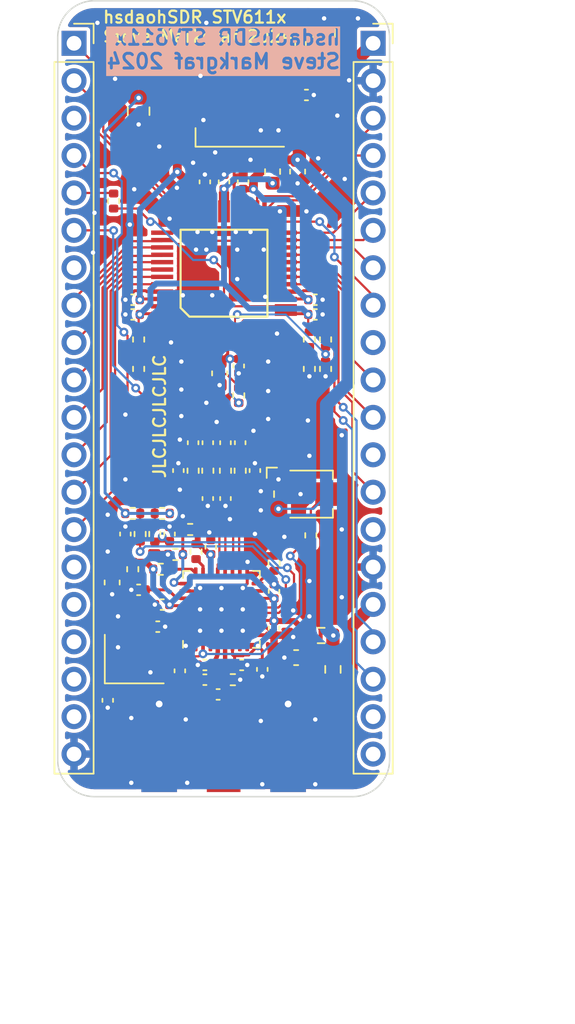
<source format=kicad_pcb>
(kicad_pcb (version 20221018) (generator pcbnew)
  (layers (0 "F.Cu" signal) (31 "B.Cu" signal) (34 "B.Paste" user) (35 "F.Paste" user) (36 "B.SilkS" user "B.Silkscreen") (37 "F.SilkS" user "F.Silkscreen") (38 "B.Mask" user) (39 "F.Mask" user) (44 "Edge.Cuts" user))
  (net 0 "")
  (net 1 "GND")
  (net 2 "3V3_RF")
  (net 3 "XTAL1")
  (net 4 "XTAL2")
  (net 5 "I_N")
  (net 6 "Q_N")
  (net 7 "I_P")
  (net 8 "Q_P")
  (net 9 "I2C_SDA")
  (net 10 "I2C_SCL")
  (net 11 "AGC")
  (net 12 "3V3")
  (net 13 "5V_IN")
  (net 14 "Net-(U3-REFIN_A)")
  (net 15 "Net-(J1-In)")
  (net 21 "3V3_FPGA")
  (net 27 "SCLK")
  (net 28 "SDA")
  (net 29 "Net-(R6-Pad2)")
  (net 30 "DFS")
  (net 31 "Net-(U3-S2)")
  (net 32 "Net-(U3-S1)")
  (net 33 "ADC_CLK")
  (net 34 "D9_B")
  (net 35 "D8_B")
  (net 36 "D7_B")
  (net 37 "D6_B")
  (net 38 "D5_B")
  (net 39 "D4_B")
  (net 40 "D3_B")
  (net 41 "D2_B")
  (net 42 "D1_B")
  (net 43 "D0_B")
  (net 44 "D0_A")
  (net 45 "D1_A")
  (net 46 "D2_A")
  (net 47 "D3_A")
  (net 48 "D4_A")
  (net 49 "D5_A")
  (net 50 "D6_A")
  (net 51 "D7_A")
  (net 52 "D8_A")
  (net 53 "D9_A")
  (net 54 "Net-(J2-Pin_5)")
  (net 55 "3V3_A")
  (net 56 "BBIN")
  (net 57 "BBQN")
  (net 58 "BBIP")
  (net 59 "BBQP")
  (net 62 "Net-(C11-Pad1)")
  (net 63 "Net-(C12-Pad1)")
  (net 64 "Net-(C13-Pad1)")
  (net 65 "Net-(C14-Pad1)")
  (net 68 "Net-(U4-RF_IN)")
  (net 69 "Net-(U4-RFGND!)")
  (net 70 "Net-(U4-VSSVCO!)")
  (net 71 "Net-(U4-VCO_GND_OR_VCC)")
  (net 72 "Net-(U4-VSS_NC1)")
  (net 73 "Net-(U4-VSS_NC2)")
  (net 74 "Net-(U4-AS)")
  (footprint "Capacitor_SMD:C_0402_1005Metric" (layer "F.Cu") (at 137.5 72.31 90)
    (fp_text reference "C12" hide)
    (fp_text value "100n")
  )
  (footprint "agg:LQFP-48" (layer "F.Cu") (at 138.6 60.8 90)
    (fp_text reference "U3")
    (fp_text value "AD9218")
  )
  (footprint "Resistor_SMD:R_0402_1005Metric" (layer "F.Cu") (at 135.3 79.9)
    (fp_text reference "R21" hide)
    (fp_text value "0R")
  )
  (footprint "Resistor_SMD:R_0402_1005Metric" (layer "F.Cu") (at 139.2 88.4)
    (fp_text reference "R25" hide)
    (fp_text value "0R")
  )
  (footprint "Resistor_SMD:R_0402_1005Metric" (layer "F.Cu") (at 132.8 67.3 90)
    (fp_text reference "R9" hide)
    (fp_text value "0R")
  )
  (footprint "Capacitor_SMD:C_0402_1005Metric" (layer "F.Cu") (at 136.5 72.31 90)
    (fp_text reference "C14" hide)
    (fp_text value "100n")
  )
  (footprint "Capacitor_SMD:C_0402_1005Metric" (layer "F.Cu") (at 138.2 89.4)
    (fp_text reference "C40" hide)
    (fp_text value "27p")
  )
  (footprint "Resistor_SMD:R_0402_1005Metric" (layer "F.Cu") (at 142 80.5 -90)
    (fp_text reference "R20" hide)
    (fp_text value "0R")
  )
  (footprint "Capacitor_SMD:C_0402_1005Metric" (layer "F.Cu") (at 137.3 88.4)
    (fp_text reference "C1" hide)
    (fp_text value "27p")
  )
  (footprint "Resistor_SMD:R_0402_1005Metric" (layer "F.Cu") (at 134.3 80.9)
    (fp_text reference "R24" hide)
    (fp_text value "0R")
  )
  (footprint "Resistor_SMD:R_0402_1005Metric" (layer "F.Cu") (at 132.9 78.51 -90)
    (fp_text reference "R4" hide)
    (fp_text value "100R")
  )
  (footprint "Resistor_SMD:R_0402_1005Metric" (layer "F.Cu") (at 133.9 78.51 -90)
    (fp_text reference "R5" hide)
    (fp_text value "100R")
  )
  (footprint "Resistor_SMD:R_0402_1005Metric" (layer "F.Cu") (at 131.1 55.9 90)
    (fp_text reference "R15" hide)
    (fp_text value "50R")
  )
  (footprint "Capacitor_SMD:C_0402_1005Metric" (layer "F.Cu") (at 144.8 63.6)
    (fp_text reference "C22" hide)
    (fp_text value "100n")
  )
  (footprint "Capacitor_SMD:C_0402_1005Metric" (layer "F.Cu") (at 134.4 83.3)
    (fp_text reference "C43" hide)
    (fp_text value "100n")
  )
  (footprint "Capacitor_SMD:C_0402_1005Metric" (layer "F.Cu") (at 137.3 54.6 90)
    (fp_text reference "C20" hide)
    (fp_text value "100n")
  )
  (footprint "Resistor_SMD:R_0402_1005Metric" (layer "F.Cu") (at 145.5 65.3 -90)
    (fp_text reference "R12" hide)
    (fp_text value "0R")
  )
  (footprint "Capacitor_SMD:C_0805_2012Metric" (layer "F.Cu") (at 145.4 44.5 90)
    (fp_text reference "C24" hide)
    (fp_text value "10uF")
  )
  (footprint "Resistor_SMD:R_0402_1005Metric" (layer "F.Cu") (at 145.5 67.3 -90)
    (fp_text reference "R13" hide)
    (fp_text value "0R")
  )
  (footprint "Resistor_SMD:R_0402_1005Metric" (layer "F.Cu") (at 137.5 74.21 90)
    (fp_text reference "R18" hide)
    (fp_text value "0R")
  )
  (footprint "Capacitor_SMD:C_0603_1608Metric" (layer "F.Cu") (at 138.3 67.6 -90)
    (fp_text reference "C25" hide)
    (fp_text value "10uF")
  )
  (footprint "Capacitor_SMD:C_0402_1005Metric" (layer "F.Cu") (at 137.3 87.4)
    (fp_text reference "C37" hide)
    (fp_text value "100p")
  )
  (footprint "Capacitor_SMD:C_0402_1005Metric" (layer "F.Cu") (at 134.1 84.8 180)
    (fp_text reference "C5" hide)
    (fp_text value "9p")
  )
  (footprint "Capacitor_SMD:C_0402_1005Metric" (layer "F.Cu") (at 139.8 87.4 180)
    (fp_text reference "C38" hide)
    (fp_text value "100n")
  )
  (footprint "Capacitor_SMD:C_0402_1005Metric" (layer "F.Cu") (at 142 82.4 -90)
    (fp_text reference "C39" hide)
    (fp_text value "100n")
  )
  (footprint "Capacitor_SMD:C_0402_1005Metric" (layer "F.Cu") (at 138.6 54.6 90)
    (fp_text reference "C23" hide)
    (fp_text value "100n")
  )
  (footprint "Connector_Coaxial:SMA_Molex_73251-1153_EdgeMount_Horizontal" (layer "F.Cu") (at 138.575 91.77 90)
    (fp_text reference "J1" hide)
    (fp_text value "RF_IN")
  )
  (footprint "Capacitor_SMD:C_0402_1005Metric" (layer "F.Cu") (at 135.6 87.8 90)
    (fp_text reference "C17" hide)
    (fp_text value "100n")
  )
  (footprint "Capacitor_SMD:C_0402_1005Metric" (layer "F.Cu") (at 137.7 79.4 -90)
    (fp_text reference "C45" hide)
    (fp_text value "100n")
  )
  (footprint "Resistor_SMD:R_0402_1005Metric" (layer "F.Cu") (at 132.8 65.3 90)
    (fp_text reference "R8" hide)
    (fp_text value "0R")
  )
  (footprint "Resistor_SMD:R_0402_1005Metric" (layer "F.Cu") (at 138.7 74.21 90)
    (fp_text reference "R17" hide)
    (fp_text value "0R")
  )
  (footprint "Capacitor_SMD:C_0402_1005Metric" (layer "F.Cu") (at 141.2 87.7 90)
    (fp_text reference "C41" hide)
    (fp_text value "1n")
  )
  (footprint "Resistor_SMD:R_0402_1005Metric" (layer "F.Cu") (at 136.7 79.7 -90)
    (fp_text reference "R23" hide)
    (fp_text value "0R")
  )
  (footprint "Connector_PinSocket_2.54mm:PinSocket_1x20_P2.54mm_Vertical" (layer "F.Cu") (at 128.41 45.19)
    (fp_text reference "J2" hide)
    (fp_text value "Conn_01x20_Socket")
  )
  (footprint "Capacitor_SMD:C_0805_2012Metric" (layer "F.Cu") (at 132.8 49.8 -90)
    (fp_text reference "C30" hide)
    (fp_text value "10uF")
  )
  (footprint "Capacitor_SMD:C_0402_1005Metric" (layer "F.Cu") (at 132.8 82.3)
    (fp_text reference "C46" hide)
    (fp_text value "68p")
  )
  (footprint "Resistor_SMD:R_0402_1005Metric" (layer "F.Cu") (at 139.6 69.1 -90)
    (fp_text reference "R7" hide)
    (fp_text value "0R")
  )
  (footprint "Capacitor_SMD:C_0402_1005Metric" (layer "F.Cu") (at 132.4 62.6 180)
    (fp_text reference "C21" hide)
    (fp_text value "100n")
  )
  (footprint "Resistor_SMD:R_0603_1608Metric" (layer "F.Cu") (at 146 87.7 90)
    (fp_text reference "R14" hide)
    (fp_text value "0R")
  )
  (footprint "Resistor_SMD:R_0402_1005Metric" (layer "F.Cu") (at 144.4 65.3 90)
    (fp_text reference "R10" hide)
    (fp_text value "0R")
  )
  (footprint "Capacitor_SMD:C_0402_1005Metric" (layer "F.Cu") (at 139.7 72.31 90)
    (fp_text reference "C13" hide)
    (fp_text value "100n")
  )
  (footprint "Capacitor_SMD:C_0402_1005Metric" (layer "F.Cu") (at 138.7 72.31 90)
    (fp_text reference "C11" hide)
    (fp_text value "100n")
  )
  (footprint "Capacitor_SMD:C_0402_1005Metric" (layer "F.Cu") (at 142 84.9 90)
    (fp_text reference "C42" hide)
    (fp_text value "100n")
  )
  (footprint "Capacitor_SMD:C_0603_1608Metric" (layer "F.Cu") (at 131 81.8 -90)
    (fp_text reference "C47" hide)
    (fp_text value "10uF")
  )
  (footprint "Capacitor_SMD:C_0402_1005Metric" (layer "F.Cu") (at 138.7 76.1 90)
    (fp_text reference "C10" hide)
    (fp_text value "4.7p")
  )
  (footprint "Crystal:Crystal_SMD_3225-4Pin_3.2x2.5mm" (layer "F.Cu") (at 132.5 87)
    (fp_text reference "Y1" hide)
    (fp_text value "27 MHz")
  )
  (footprint "Capacitor_SMD:C_0603_1608Metric" (layer "F.Cu") (at 143.6 53.9 -90)
    (fp_text reference "C31" hide)
    (fp_text value "4.7uF")
  )
  (footprint "Package_TO_SOT_SMD:SOT-223-3_TabPin2" (layer "F.Cu") (at 138.575 48.8 180)
    (fp_text reference "U2" hide)
    (fp_text value "AMS1117-3.3")
  )
  (footprint "Resistor_SMD:R_0402_1005Metric" (layer "F.Cu") (at 136.3 78.2)
    (fp_text reference "R22" hide)
    (fp_text value "0R")
  )
  (footprint "Resistor_SMD:R_0402_1005Metric" (layer "F.Cu") (at 139.7 74.21 90)
    (fp_text reference "R16" hide)
    (fp_text value "0R")
  )
  (footprint "Resistor_SMD:R_0402_1005Metric" (layer "F.Cu") (at 132.4 77.11 180)
    (fp_text reference "R3" hide)
    (fp_text value "2.2k")
  )
  (footprint "Resistor_SMD:R_0603_1608Metric" (layer "F.Cu") (at 145.2 85.4 180)
    (fp_text reference "FB1" hide)
    (fp_text value "Bead")
  )
  (footprint "Capacitor_SMD:C_0402_1005Metric" (layer "F.Cu") (at 143.8 45.2 90)
    (fp_text reference "C27" hide)
    (fp_text value "100n")
  )
  (footprint "Capacitor_SMD:C_0402_1005Metric" (layer "F.Cu") (at 132.4 63.6 180)
    (fp_text reference "C26" hide)
    (fp_text value "100n")
  )
  (footprint "Resistor_SMD:R_0402_1005Metric" (layer "F.Cu") (at 132.4 80.9 -90)
    (fp_text reference "R26" hide)
    (fp_text value "4R7")
  )
  (footprint "Connector_PinSocket_2.54mm:PinSocket_1x20_P2.54mm_Vertical" (layer "F.Cu") (at 148.73 45.19)
    (fp_text reference "J3" hide)
    (fp_text value "Conn_01x20_Socket")
  )
  (footprint "Capacitor_SMD:C_0402_1005Metric" (layer "F.Cu") (at 139.6 67.1 -90)
    (fp_text reference "C28" hide)
    (fp_text value "100n")
  )
  (footprint "Resistor_SMD:R_0402_1005Metric" (layer "F.Cu") (at 136.5 74.21 90)
    (fp_text reference "R19" hide)
    (fp_text value "0R")
  )
  (footprint "Capacitor_SMD:C_0603_1608Metric" (layer "F.Cu") (at 143.5 86.9 180)
    (fp_text reference "C8" hide)
    (fp_text value "10uF")
  )
  (footprint "Resistor_SMD:R_0402_1005Metric" (layer "F.Cu") (at 144.5 78.6 90)
    (fp_text reference "R6" hide)
    (fp_text value "10k")
  )
  (footprint "Inductor_SMD:L_0603_1608Metric" (layer "F.Cu") (at 141.9 53.9 -90)
    (fp_text reference "L1" hide)
    (fp_text value "1uH")
  )
  (footprint "Capacitor_SMD:C_0402_1005Metric" (layer "F.Cu") (at 139.9 54.6 -90)
    (fp_text reference "C19" hide)
    (fp_text value "100n")
  )
  (footprint "Capacitor_SMD:C_0402_1005Metric" (layer "F.Cu") (at 144.8 62.6)
    (fp_text reference "C18" hide)
    (fp_text value "100n")
  )
  (footprint "Capacitor_SMD:C_0402_1005Metric" (layer "F.Cu") (at 144.2 48.7)
    (fp_text reference "C29" hide)
    (fp_text value "100n")
  )
  (footprint "Package_DFN_QFN:VQFN-32-1EP_5x5mm_P0.5mm_EP3.5x3.5mm_ThermalVias" (layer "F.Cu") (at 138.425 83.625 90)
    (fp_text reference "U4" hide)
    (fp_text value "~")
  )
  (footprint "Resistor_SMD:R_0402_1005Metric" (layer "F.Cu") (at 134.4 77.11)
    (fp_text reference "R2" hide)
    (fp_text value "2.2k")
  )
  (footprint "Potentiometer_SMD:Potentiometer_Bourns_TC33X_Vertical" (layer "F.Cu") (at 144.1 75.8)
    (fp_text reference "RV1" hide)
    (fp_text value "10k")
  )
  (footprint "Capacitor_SMD:C_0402_1005Metric" (layer "F.Cu") (at 134.9 78.51 90)
    (fp_text reference "C16" hide)
    (fp_text value "39p")
  )
  (footprint "Capacitor_SMD:C_0402_1005Metric" (layer "F.Cu") (at 135.5 74.2 -90)
    (fp_text reference "C36" hide)
    (fp_text value "4.7p")
  )
  (footprint "Capacitor_SMD:C_0402_1005Metric" (layer "F.Cu") (at 131.9 78.51 90)
    (fp_text reference "C15" hide)
    (fp_text value "39p")
  )
  (footprint "Capacitor_SMD:C_0402_1005Metric" (layer "F.Cu") (at 137.5 76.1 90)
    (fp_text reference "C35" hide)
    (fp_text value "4.7p")
  )
  (footprint "Capacitor_SMD:C_0402_1005Metric" (layer "F.Cu") (at 130.7 89.8 90)
    (fp_text reference "C2" hide)
    (fp_text value "9p")
  )
  (footprint "Resistor_SMD:R_0402_1005Metric" (layer "F.Cu") (at 144.4 67.3 90)
    (fp_text reference "R11" hide)
    (fp_text value "0R")
  )
  (footprint "Capacitor_SMD:C_0402_1005Metric" (layer "F.Cu") (at 140.7 74.2 -90)
    (fp_text reference "C9" hide)
    (fp_text value "4.7p")
  )
  (gr_rect (start 140.480768 49.964317) (end 142.880768 52.264317) (stroke (width 0.254)) (fill solid) (layer "F.Cu"))
  (gr_rect (start 144.373216 42.928553) (end 146.426784 44.2) (stroke (width 0.254)) (fill solid) (layer "F.Cu"))
  (gr_rect (start 138.900537 49.93157) (end 142.881305 52.313638) (stroke (width 0.254)) (fill solid) (layer "F.Cu"))
  (gr_rect (start 136.4 48.174915) (end 141.12963 49.42241) (stroke (width 0.254)) (fill solid) (layer "F.Cu"))
  (gr_rect (start 132.096391 89.376356) (end 136.424622 95.710844) (stroke (width 0.254)) (fill solid) (layer "F.Cu"))
  (gr_rect (start 140.835885 88.917255) (end 145.164116 95.7) (stroke (width 0.254)) (fill solid) (layer "F.Cu"))
  (gr_rect (start 140.8 88.908628) (end 145.128231 95.691373) (stroke (width 0.254)) (fill solid) (layer "B.Cu"))
  (gr_rect (start 136.382342 82.6) (end 140.417657 85.57687) (stroke (width 0.254)) (fill solid) (layer "B.Cu"))
  (gr_rect (start 136.682343 82.22313) (end 140.517658 82.6) (stroke (width 0.254)) (fill solid) (layer "B.Cu"))
  (gr_rect (start 132.084399 89.377656) (end 136.41263 95.712144) (stroke (width 0.254)) (fill solid) (layer "B.Cu"))
  (gr_line locked (start 149.85 44.8) (end 149.85 93.84) (stroke (width 0.1)) (layer "Edge.Cuts"))
  (gr_line locked (start 127.3 93.84) (end 127.3 44.8) (stroke (width 0.1)) (layer "Edge.Cuts"))
  (gr_line locked (start 129.8 42.3) (end 147.35 42.3) (stroke (width 0.1)) (layer "Edge.Cuts"))
  (gr_arc locked (start 127.3 44.8) (mid 128.032233 43.032233) (end 129.8 42.3) (stroke (width 0.1)) (layer "Edge.Cuts"))
  (gr_arc locked (start 149.85 93.84) (mid 149.117767 95.607767) (end 147.35 96.34) (stroke (width 0.1)) (layer "Edge.Cuts"))
  (gr_arc locked (start 147.35 42.3) (mid 149.117766 43.032233) (end 149.85 44.8) (stroke (width 0.1)) (layer "Edge.Cuts"))
  (gr_line locked (start 129.8 96.34) (end 147.35 96.34) (stroke (width 0.1)) (layer "Edge.Cuts"))
  (gr_arc locked (start 129.8 96.34) (mid 128.032233 95.607767) (end 127.3 93.84) (stroke (width 0.1)) (layer "Edge.Cuts"))
  (gr_text "hsdaohSDR STV611x\nSteve Markgraf 2024" (at 146.6 47) (layer "B.SilkS" knockout) (effects (font (size 1 1) (thickness 0.2) bold) (justify left bottom mirror)))
  (gr_text "JLCJLCJLCJLC" (at 134.7 74.8 90) (layer "F.SilkS") (effects (font (size 0.8128 0.8128) (thickness 0.1524) bold) (justify left bottom)))
  (gr_text "hsdaohSDR STV611x\nSteve Markgraf 2024" (at 130.3 45.2) (layer "F.SilkS") (effects (font (size 0.8128 0.8128) (thickness 0.1524) bold) (justify left bottom)))
  (segment (start 135.8 62.3) (end 135.5 62.1) (width 0.2) (layer "F.Cu") (net 1))
  (segment (start 137.91 54.73) (end 137.91 55.1) (width 0.2) (layer "F.Cu") (net 1))
  (segment (start 137.85 56.6) (end 137.85 55.466134) (width 0.2) (layer "F.Cu") (net 1))
  (segment (start 135.975 83.875) (end 136.725 83.875) (width 0.2) (layer "F.Cu") (net 1))
  (segment (start 140.175 80.425) (end 140.2 80.4) (width 0.2) (layer "F.Cu") (net 1))
  (segment (start 140.875 84.875) (end 141.495 84.875) (width 0.2) (layer "F.Cu") (net 1))
  (segment (start 139.875 82.175) (end 140.175 81.875) (width 0.2) (layer "F.Cu") (net 1))
  (segment (start 135.975 82.375) (end 136.775 82.375) (width 0.2) (layer "F.Cu") (net 1))
  (segment (start 140.075 82.375) (end 139.875 82.175) (width 0.2) (layer "F.Cu") (net 1))
  (segment (start 139.29 53.41) (end 139.6 53.1) (width 0.2) (layer "F.Cu") (net 1))
  (segment (start 137.91 55.1) (end 137.91 54.79) (width 0.2) (layer "F.Cu") (net 1))
  (segment (start 136.8 58) (end 135.8 58) (width 0.3) (layer "F.Cu") (net 1))
  (segment (start 137.85 57.95) (end 137.8 58) (width 0.2) (layer "F.Cu") (net 1))
  (segment (start 140.4 58) (end 140.4 57.65) (width 0.2) (layer "F.Cu") (net 1))
  (segment (start 139.35 56.6) (end 139.35 55.466134) (width 0.2) (layer "F.Cu") (net 1))
  (segment (start 137.85 56.6) (end 137.85 57.95) (width 0.2) (layer "F.Cu") (net 1))
  (segment (start 140.075 84.875) (end 139.875 85.075) (width 0.2) (layer "F.Cu") (net 1))
  (segment (start 140.875 84.875) (end 140.075 84.875) (width 0.2) (layer "F.Cu") (net 1))
  (segment (start 141.4 62.4) (end 141.45 62.4) (width 0.2) (layer "F.Cu") (net 1))
  (segment (start 137.91 55.406134) (end 137.91 55.1) (width 0.2) (layer "F.Cu") (net 1))
  (segment (start 139.35 57.95) (end 139.4 58) (width 0.2) (layer "F.Cu") (net 1))
  (segment (start 137.7 78.5) (end 137.6 78.4) (width 0.3) (layer "F.Cu") (net 1))
  (segment (start 137.675 86.075) (end 137.675 84.375) (width 0.2) (layer "F.Cu") (net 1))
  (segment (start 139.35 55.466134) (end 139.29 55.406134) (width 0.2) (layer "F.Cu") (net 1))
  (segment (start 145 53) (end 145 53.443672) (width 0.9) (layer "F.Cu") (net 1))
  (segment (start 137.3 54.12) (end 137.91 54.73) (width 0.2) (layer "F.Cu") (net 1))
  (segment (start 140.175 81.175) (end 140.175 80.425) (width 0.2) (layer "F.Cu") (net 1))
  (segment (start 131.92 63.6) (end 131.92 62.62) (width 0.4) (layer "F.Cu") (net 1))
  (segment (start 145.28 63.6) (end 145.3 63.6) (width 0.4) (layer "F.Cu") (net 1))
  (segment (start 137.675 84.375) (end 138.425 83.625) (width 0.2) (layer "F.Cu") (net 1))
  (segment (start 134.4 62.05) (end 135.45 62.05) (width 0.2) (layer "F.Cu") (net 1))
  (segment (start 145.3 62.6) (end 145.28 62.6) (width 0.4) (layer "F.Cu") (net 1))
  (segment (start 133.29 61.99) (end 133.35 62.05) (width 0.2) (layer "F.Cu") (net 1))
  (segment (start 136.775 82.375) (end 136.975 82.175) (width 0.2) (layer "F.Cu") (net 1))
  (segment (start 136.85 56.6) (end 136.85 57.95) (width 0.2) (layer "F.Cu") (net 1))
  (segment (start 137.85 55.466134) (end 137.91 55.406134) (width 0.2) (layer "F.Cu") (net 1))
  (segment (start 139.48 54.12) (end 139.9 54.12) (width 0.2) (layer "F.Cu") (net 1))
  (segment (start 137.91 52.69) (end 137.91 54.73) (width 0.2) (layer "F.Cu") (net 1))
  (segment (start 136.85 57.95) (end 136.8 58) (width 0.2) (layer "F.Cu") (net 1))
  (segment (start 140.875 85.375) (end 140.175 85.375) (width 0.2) (layer "F.Cu") (net 1))
  (segment (start 140.4 57.65) (end 140.35 57.6) (width 0.2) (layer "F.Cu") (net 1))
  (segment (start 139.29 55.406134) (end 139.29 54.7) (width 0.2) (layer "F.Cu") (net 1))
  (segment (start 140.875 82.375) (end 140.075 82.375) (width 0.2) (layer "F.Cu") (net 1))
  (segment (start 136.675 85.375) (end 136.975 85.075) (width 0.2) (layer "F.Cu") (net 1))
  (segment (start 136.675 86.075) (end 136.675 85.375) (width 0.2) (layer "F.Cu") (net 1))
  (segment (start 139.29 54.31) (end 139.48 54.12) (width 0.2) (layer "F.Cu") (net 1))
  (segment (start 135.45 62.05) (end 135.8 62.3) (width 0.2) (layer "F.Cu") (net 1))
  (segment (start 136.725 83.875) (end 136.975 83.625) (width 0.2) (layer "F.Cu") (net 1))
  (segment (start 143.768672 54.675) (end 143.6 54.675) (width 0.9) (layer "F.Cu") (net 1))
  (segment (start 145.28 62.6) (end 144.67 61.99) (width 0.2) (layer "F.Cu") (net 1))
  (segment (start 141.45 62.4) (end 141.8 62.05) (width 0.2) (layer "F.Cu") (net 1))
  (segment (start 137.7 78.92) (end 137.7 78.5) (width 0.3) (layer "F.Cu") (net 1))
  (segment (start 139.29 54.7) (end 139.29 53.41) (width 0.2) (layer "F.Cu") (net 1))
  (segment (start 135.8 58) (end 134.9 57.1) (width 0.3) (layer "F.Cu") (net 1))
  (segment (start 144.67 61.99) (end 143.993866 61.99) (width 0.2) (layer "F.Cu") (net 1))
  (segment (start 141.495 84.875) (end 142 85.38) (width 0.2) (layer "F.Cu") (net 1))
  (segment (start 139.6 67.58) (end 139.6 67.6) (width 0.15) (layer "F.Cu") (net 1))
  (segment (start 139.29 54.7) (end 139.29 54.31) (width 0.2) (layer "F.Cu") (net 1))
  (segment (start 140.175 85.375) (end 139.875 85.075) (width 0.2) (layer "F.Cu") (net 1))
  (segment (start 136.025 86.075) (end 136 86.1) (width 0.2) (layer "F.Cu") (net 1))
  (segment (start 140.175 81.875) (end 140.175 81.175) (width 0.2) (layer "F.Cu") (net 1))
  (segment (start 133.35 62.05) (end 134.4 62.05) (width 0.2) (layer "F.Cu") (net 1))
  (segment (start 141.8 62.05) (end 142.8 62.05) (width 0.2) (layer "F.Cu") (net 1))
  (segment (start 132.53 61.99) (end 133.29 61.99) (width 0.2) (layer "F.Cu") (net 1))
  (segment (start 145.3 63.6) (end 145.3 62.6) (width 0.4) (layer "F.Cu") (net 1))
  (segment (start 145 53.443672) (end 143.768672 54.675) (width 0.9) (layer "F.Cu") (net 1))
  (segment (start 137.91 54.79) (end 138.6 54.1) (width 0.2) (layer "F.Cu") (net 1))
  (segment (start 143.993866 61.99) (end 143.933866 62.05) (width 0.2) (layer "F.Cu") (net 1))
  (segment (start 139.35 56.6) (end 139.35 57.95) (width 0.2) (layer "F.Cu") (net 1))
  (segment (start 131.92 62.6) (end 132.53 61.99) (width 0.2) (layer "F.Cu") (net 1))
  (segment (start 143.933866 62.05) (end 142.8 62.05) (width 0.2) (layer "F.Cu") (net 1))
  (segment (start 131.92 62.62) (end 131.9 62.6) (width 0.4) (layer "F.Cu") (net 1))
  (segment (start 140.35 57.6) (end 140.35 56.6) (width 0.2) (layer "F.Cu") (net 1))
  (segment (start 139.6 53.1) (end 140.4 53.1) (width 0.2) (layer "F.Cu") (net 1))
  (segment (start 136.675 86.075) (end 136.025 86.075) (width 0.2) (layer "F.Cu") (net 1))
  (segment (start 138 52.6) (end 137.91 52.69) (width 0.2) (layer "F.Cu") (net 1))
  (via (at 134.9 57.1) (size 0.6) (drill 0.3) (layers "F.Cu" "B.Cu") (net 1))
  (via (at 137 47.4) (size 0.6) (drill 0.3) (layers "F.Cu" "B.Cu") (net 1))
  (via (at 140.4 53.1) (size 0.6) (drill 0.3) (layers "F.Cu" "B.Cu") (net 1))
  (via (at 136.82 87.4) (size 0.6) (drill 0.3) (layers "F.Cu" "B.Cu") (net 1))
  (via (at 139.6 67.6) (size 0.6) (drill 0.3) (layers "F.Cu" "B.Cu") (net 1))
  (via (at 136 91.1) (size 0.6) (drill 0.3) (layers "F.Cu" "B.Cu") (net 1))
  (via (at 141.2 95.5) (size 0.6) (drill 0.3) (layers "F.Cu" "B.Cu") (net 1))
  (via (at 142.3 74.8) (size 0.6) (drill 0.3) (layers "F.Cu" "B.Cu") (net 1))
  (via (at 140.6 71.5) (size 0.6) (drill 0.3) (layers "F.Cu" "B.Cu") (net 1))
  (via (at 135 65.5) (size 0.6) (drill 0.3) (layers "F.Cu" "B.Cu") (net 1))
  (via (at 147.7 43.5) (size 0.6) (drill 0.3) (layers "F.Cu" "B.Cu") (net 1))
  (via (at 137.3 54.1) (size 0.6) (drill 0.3) (layers "F.Cu" "B.Cu") (net 1))
  (via (at 141.3 59.2) (size 0.6) (drill 0.3) (layers "F.Cu" "B.Cu") (net 1))
  (via (at 139.5 59.199999) (size 0.6) (drill 0.3) (layers "F.Cu" "B.Cu") (net 1))
  (via (at 135.5 73.7) (size 0.6) (drill 0.3) (layers "F.Cu" "B.Cu") (net 1))
  (via (at 134.6 84.8) (size 0.6) (drill 0.3) (layers "F.Cu" "B.Cu") (net 1))
  (via (at 138.7 76.6) (size 0.6) (drill 0.3) (layers "F.Cu" "B.Cu") (net 1))
  (via (at 135.7 70.5) (size 0.6) (drill 0.3) (layers "F.Cu" "B.Cu") (net 1))
  (via (at 142.7 78.7) (size 0.6) (drill 0.3) (layers "F.Cu" "B.Cu") (net 1))
  (via (at 144.3 70.8) (size 0.6) (drill 0.3) (layers "F.Cu" "B.Cu") (net 1))
  (via (at 137.6 78.4) (size 0.6) (drill 0.3) (layers "F.Cu" "B.Cu") (net 1))
  (via (at 140.7 78.5) (size 0.6) (drill 0.3) (layers "F.Cu" "B.Cu") (net 1))
  (via (at 135.7 66.8) (size 0.6) (drill 0.3) (layers "F.Cu" "B.Cu") (net 1))
  (via (at 132.5 55.1) (size 0.6) (drill 0.3) (layers "F.Cu" "B.Cu") (net 1))
  (via (at 139.7 88.4) (size 0.6) (drill 0.3) (layers "F.Cu" "B.Cu") (net 1))
  (via (at 141.4 62.4) (size 0.6) (drill 0.3) (layers "F.Cu" "B.Cu") (net 1))
  (via (at 141.6 70.7) (size 0.6) (drill 0.3) (layers "F.Cu" "B.Cu") (net 1))
  (via (at 139 77.5) (size 0.6) (drill 0.3) (layers "F.Cu" "B.Cu") (net 1))
  (via (at 131.9 74.8) (size 0.6) (drill 0.3) (layers "F.Cu" "B.Cu") (net 1))
  (via (at 145.5 67.8) (size 0.6) (drill 0.3) (layers "F.Cu" "B.Cu") (net 1))
  (via (at 144.4 67.8) (size 0.6) (drill 0.3) (layers "F.Cu" "B.Cu") (net 1))
  (via (at 142.2 64.9) (size 0.6) (drill 0.3) (layers "F.Cu" "B.Cu") (net 1))
  (via (at 143.3 83.7) (size 0.6) (drill 0.3) (layers "F.Cu" "B.Cu") (net 1))
  (via (at 133.6 87.9) (size 0.6) (drill 0.3) (layers "F.Cu" "B.Cu") (net 1))
  (via (at 146.6 82.8) (size 0.6) (drill 0.3) (layers "F.Cu" "B.Cu") (net 1))
  (via (at 142.4 56.6) (size 0.6) (drill 0.3) (layers "F.Cu" "B.Cu") (net 1))
  (via (at 138 52.6) (size 0.6) (drill 0.3) (layers "F.Cu" "B.Cu") (net 1))
  (via (at 130.7 79.7) (size 0.6) (drill 0.3) (layers "F.Cu" "B.Cu") (net 1))
  (via (at 145.4 43.5) (size 0.6) (drill 0.3) (layers "F.Cu" "B.Cu") (net 1))
  (via (at 146.6 71.8) (size 0.6) (drill 0.3) (layers "F.Cu" "B.Cu") (net 1))
  (via (at 139.5 61.2) (size 0.6) (drill 0.3) (layers "F.Cu" "B.Cu") (net 1))
  (via (at 141.1 51.1) (size 0.6) (drill 0.3) (layers "F.Cu" "B.Cu") (net 1))
  (via (at 132.3 82.3) (size 0.6) (drill 0.3) (layers "F.Cu" "B.Cu") (net 1))
  (via (at 135.4 55) (size 0.6) (drill 0.3) (layers "F.Cu" "B.Cu") (net 1))
  (via (at 142 81.92) (size 0.6) (drill 0.3) (layers "F.Cu" "B.Cu") (net 1))
  (via (at 136.1 95.4) (size 0.6) (drill 0.3) (layers "F.Cu" "B.Cu") (net 1))
  (via (at 142.3 51.1) (size 0.6) (drill 0.3) (layers "F.Cu" "B.Cu") (net 1))
  (via (at 141.1 76.9) (size 0.6) (drill 0.3) (layers "F.Cu" "B.Cu") (net 1))
  (via (at 137.2 50.4) (size 0.6) (drill 0.3) (layers "F.Cu" "B.Cu") (net 1))
  (via (at 131.9 70.4) (size 0.6) (drill 0.3) (layers "F.Cu" "B.Cu") (net 1))
  (via (at 134.2 52.2) (size 0.6) (drill 0.3) (layers "F.Cu" "B.Cu") (net 1))
  (via (at 137.8 62.3) (size 0.6) (drill 0.3) (layers "F.Cu" "B.Cu") (net 1))
  (via (at 140.18 87.4) (size 0.6) (drill 0.3) (layers "F.Cu" "B.Cu") (net 1))
  (via (at 132.3 95.4) (size 0.6) (drill 0.3) (layers "F.Cu" "B.Cu") (net 1))
  (via (at 137.4 43.8) (size 0.6) (drill 0.3) (layers "F.Cu" "B.Cu") (net 1))
  (via (at 134.79 79.9) (size 0.6) (drill 0.3) (layers "F.Cu" "B.Cu") (net 1))
  (via (at 138.3 68.4) (size 0.6) (drill 0.3) (layers "F.Cu" "B.Cu") (net 1))
  (via (at 140.7 73.7) (size 0.6) (drill 0.3) (layers "F.Cu" "B.Cu") (net 1))
  (via (at 144.4 73.2) (size 0.6) (drill 0.3) (layers "F.Cu" "B.Cu") (net 1))
  (via (at 144.8 95.5) (size 0.6) (drill 0.3) (layers "F.Cu" "B.Cu") (net 1))
  (via (at 135.6 72.1) (size 0.6) (drill 0.3) (layers "F.Cu" "B.Cu") (net 1))
  (via (at 141.6 66.8) (size 0.6) (drill 0.3) (layers "F.Cu" "B.Cu") (net 1))
  (via (at 131.4 84.1) (size 0.6) (drill 0.3) (layers "F.Cu" "B.Cu") (net 1))
  (via (at 145.3 63.6) (size 0.6) (drill 0.3) (layers "F.Cu" "B.Cu") (net 1))
  (via (at 130.7 77.2) (size 0.6) (drill 0.3) (layers "F.Cu" "B.Cu") (net 1))
  (via (at 131.9 63.6) (size 0.6) (drill 0.3) (layers "F.Cu" "B.Cu") (net 1))
  (via (at 139.4 58) (size 0.6) (drill 0.3) (layers "F.Cu" "B.Cu") (net 1))
  (via (at 145.3 62.6) (size 0.6) (drill 0.3) (layers "F.Cu" "B.Cu") (net 1))
  (via (at 144.4 81.7) (size 0.6) (drill 0.3) (layers "F.Cu" "B.Cu") (net 1))
  (via (at 141.2 88.18) (size 0.6) (drill 0.3) (layers "F.Cu" "B.Cu") (net 1))
  (via (at 135.6 75.5) (size 0.6) (drill 0.3) (layers "F.Cu" "B.Cu") (net 1))
  (via (at 136 86.1) (size 0.6) (drill 0.3) (layers "F.Cu" "B.Cu") (net 1))
  (via (at 132.8 50.7) (size 0.6) (drill 0.3) (layers "F.Cu" "B.Cu") (net 1))
  (via (at 129.7 59.4) (size 0.6) (drill 0.3) (layers "F.Cu" "B.Cu") (net 1))
  (via (at 137.4 59.2) (size 0.6) (drill 0.3) (layers "F.Cu" "B.Cu") (net 1))
  (via (at 133.9 83.3) (size 0.6) (drill 0.3) (layers "F.Cu" "B.Cu") (net 1))
  (via (at 131.2 47.6) (size 0.6) (drill 0.3) (layers "F.Cu" "B.Cu") (net 1))
  (via (at 143.3 85.5) (size 0.6) (drill 0.3) (layers "F.Cu" "B.Cu") (net 1))
  (via (at 143.8 75.8) (size 0.6) (drill 0.3) (layers "F.Cu" "B.Cu") (net 1))
  (via (at 146.3 50.1) (size 0.6) (drill 0.3) (layers "F.Cu" "B.Cu") (net 1))
  (via (at 136.8 58) (size 0.6) (drill 0.3) (layers "F.Cu" "B.Cu") (net 1))
  (via (at 141.1 91.2) (size 0.6) (drill 0.3) (layers "F.Cu" "B.Cu") (net 1))
  (via (at 143.6 54.7) (size 0.6) (drill 0.3) (layers "F.Cu" "B.Cu") (net 1))
  (via (at 144.7 48.7) (size 0.6) (drill 0.3) (layers "F.Cu" "B.Cu") (net 1))
  (via (at 144.2 56.6) (size 0.6) (drill 0.3) (layers "F.Cu" "B.Cu") (net 1))
  (via (at 136.5 53.3) (size 0.6) (drill 0.3) (layers "F.Cu" "B.Cu") (net 1))
  (via (at 135.8 62.3) (size 0.6) (drill 0.3) (layers "F.Cu" "B.Cu") (net 1))
  (via (at 140.2 80.4) (size 0.6) (drill 0.3) (layers "F.Cu" "B.Cu") (net 1))
  (via (at 146.6 78.2) (size 0.6) (drill 0.3) (layers "F.Cu" "B.Cu") (net 1))
  (via (at 137.4 69.6) (size 0.6) (drill 0.3) (layers "F.Cu" "B.Cu") (net 1))
  (via (at 132.2 57.5) (size 0.6) (drill 0.3) (layers "F.Cu" "B.Cu") (net 1))
  (via (at 131.9 78) (size 0.6) (drill 0.3) (layers "F.Cu" "B.Cu") (net 1))
  (via (at 135.8 77.3) (size 0.6) (drill 0.3) (layers "F.Cu" "B.Cu") (net 1))
  (via (at 147.1 47.7) (size 0.6) (drill 0.3) (layers "F.Cu" "B.Cu") (net 1))
  (via (at 131.4 86.2) (size 0.6) (drill 0.3) (layers "F.Cu" "B.Cu") (net 1))
  (via (at 136.7 59.2) (size 0.6) (drill 0.3) (layers "F.Cu" "B.Cu") (net 1))
  (via (at 131.9 62.6) (size 0.6) (drill 0.3) (layers "F.Cu" "B.Cu") (net 1))
  (via (at 144.4 84.1) (size 0.6) (drill 0.3) (layers "F.Cu" "B.Cu") (net 1))
  (via (at 141.1 75.6) (size 0.6) (drill 0.3) (layers "F.Cu" "B.Cu") (net 1))
  (via (at 131 82.6) (size 0.6) (drill 0.3) (layers "F.Cu" "B.Cu") (net 1))
  (via (at 137.8 58) (size 0.6) (drill 0.3) (layers "F.Cu" "B.Cu") (net 1))
  (via (at 134.9 78) (size 0.6) (drill 0.3) (layers "F.Cu" "B.Cu") (net 1))
  (via (at 142.7 86.9) (size 0.6) (drill 0.3) (layers "F.Cu" "B.Cu") (net 1))
  (via (at 138.1 70.9) (size 0.6) (drill 0.3) (layers "F.Cu" "B.Cu") (net 1))
  (via (at 138.6 54.1) (size 0.6) (drill 0.3) (layers "F.Cu" "B.Cu") (net 1))
  (via (at 132.3 91) (size 0.6) (drill 0.3) (layers "F.Cu" "B.Cu") (net 1))
  (via (at 130.7 90.3) (size 0.6) (drill 0.3) (layers "F.Cu" "B.Cu") (net 1))
  (via (at 130 43.8) (size 0.6) (drill 0.3) (layers "F.Cu" "B.Cu") (net 1))
  (via (at 135.7 68.7) (size 0.6) (drill 0.3) (layers "F.Cu" "B.Cu") (net 1))
  (via (at 129.8 56.7) (size 0.6) (drill 0.3) (layers "F.Cu" "B.Cu") (net 1))
  (via (at 137.5 76.6) (size 0.6) (drill 0.3) (layers "F.Cu" "B.Cu") (net 1))
  (via (at 141.6 68.8) (size 0.6) (drill 0.3) (layers "F.Cu" "B.Cu") (net 1))
  (via (at 140.4 58) (size 0.6) (drill 0.3) (layers "F.Cu" "B.Cu") (net 1))
  (via (at 146.8 54.4) (size 0.6) (drill 0.3) (layers "F.Cu" "B.Cu") (net 1))
  (via (at 145 53) (size 0.6) (drill 0.3) (layers "F.Cu" "B.Cu") (net 1))
  (via (at 144.8 91.1) (size 0.6) (drill 0.3) (layers "F.Cu" "B.Cu") (net 1))
  (segment (start 134.975 83.375) (end 134.9 83.3) (width 0.2) (layer "F.Cu") (net 2))
  (segment (start 136.81 79.08) (end 136.7 79.19) (width 0.4) (layer "F.Cu") (net 2))
  (segment (start 139.175 87.255) (end 139.22 87.3) (width 0.2) (layer "F.Cu") (net 2))
  (segment (start 140.9 86.1) (end 140.2 86.1) (width 0.4) (layer "F.Cu") (net 2))
  (segment (start 144.3 85.475) (end 144.375 85.4) (width 0.4) (layer "F.Cu") (net 2))
  (segment (start 144.3 86.62) (end 144.3 85.475) (width 0.4) (layer "F.Cu") (net 2))
  (segment (start 141.88 82.9) (end 142 82.9) (width 0.2) (layer "F.Cu") (net 2))
  (segment (start 141.98 84.4) (end 142 84.4) (width 0.2) (layer "F.Cu") (net 2))
  (segment (start 139.32 87.4) (end 139.32 86.845) (width 0.2) (layer "F.Cu") (net 2))
  (segment (start 144.375 85.4) (end 143.395 84.42) (width 0.4) (layer "F.Cu") (net 2))
  (segment (start 137.602444 79.9) (end 136.892444 79.19) (width 0.4) (layer "F.Cu") (net 2))
  (segment (start 139.944386 86.72) (end 139.889386 86.775) (width 0.2) (layer "F.Cu") (net 2))
  (segment (start 137.675 79.805) (end 137.68 79.8) (width 0.2) (layer "F.Cu") (net 2))
  (segment (start 140.875 82.875) (end 141.905 82.875) (width 0.2) (layer "F.Cu") (net 2))
  (segment (start 142 82.9) (end 142 82.78) (width 0.2) (layer "F.Cu") (net 2))
  (segment (start 141.955 84.375) (end 141.98 84.4) (width 0.2) (layer "F.Cu") (net 2))
  (segment (start 136.892444 79.19) (end 136.7 79.19) (width 0.4) (layer "F.Cu") (net 2))
  (segment (start 141.2 87.22) (end 141.2 86.4) (width 0.2) (layer "F.Cu") (net 2))
  (segment (start 139.32 86.845) (end 139.175 86.7) (width 0.2) (layer "F.Cu") (net 2))
  (segment (start 135.975 83.375) (end 134.975 83.375) (width 0.2) (layer "F.Cu") (net 2))
  (segment (start 139.25 86.775) (end 139.175 86.7) (width 0.2) (layer "F.Cu") (net 2))
  (segment (start 140.9 86.1) (end 140.28 86.72) (width 0.2) (layer "F.Cu") (net 2))
  (segment (start 142 84.42) (end 142 84.42) (width 0.2) (layer "F.Cu") (net 2))
  (segment (start 140.2 86.1) (end 140.2 86.075) (width 0.4) (layer "F.Cu") (net 2))
  (segment (start 137.675 81.175) (end 137.675 79.805) (width 0.2) (layer "F.Cu") (net 2))
  (segment (start 140.875 84.375) (end 141.955 84.375) (width 0.2) (layer "F.Cu") (net 2))
  (segment (start 137.68 79.9) (end 137.602444 79.9) (width 0.4) (layer "F.Cu") (net 2))
  (segment (start 141.2 86.4) (end 140.9 86.1) (width 0.2) (layer "F.Cu") (net 2))
  (segment (start 142 82.78) (end 142 82.78) (width 0.2) (layer "F.Cu") (net 2))
  (segment (start 139.175 86.075) (end 139.175 86.7) (width 0.2) (layer "F.Cu") (net 2))
  (segment (start 136.81 78.2) (end 136.81 79.08) (width 0.4) (layer "F.Cu") (net 2))
  (segment (start 133.28 80.39) (end 132.4 80.39) (width 0.4) (layer "F.Cu") (net 2))
  (segment (start 143.395 84.42) (end 142 84.42) (width 0.4) (layer "F.Cu") (net 2))
  (segment (start 140.28 86.72) (end 139.944386 86.72) (width 0.2) (layer "F.Cu") (net 2))
  (segment (start 133.79 80.9) (end 133.28 80.39) (width 0.4) (layer "F.Cu") (net 2))
  (segment (start 141.905 82.875) (end 141.88 82.9) (width 0.2) (layer "F.Cu") (net 2))
  (segment (start 142 84.4) (end 142 84.42) (width 0.2) (layer "F.Cu") (net 2))
  (segment (start 139.889386 86.775) (end 139.25 86.775) (width 0.2) (layer "F.Cu") (net 2))
  (via (at 142 82.9) (size 0.6) (drill 0.3) (layers "F.Cu" "B.Cu") (net 2))
  (via (at 137.68 79.9) (size 0.6) (drill 0.3) (layers "F.Cu" "B.Cu") (net 2))
  (via (at 133.79 80.9) (size 0.6) (drill 0.3) (layers "F.Cu" "B.Cu") (net 2))
  (via (at 142 84.4) (size 0.6) (drill 0.3) (layers "F.Cu" "B.Cu") (net 2))
  (via (at 140.9 86.1) (size 0.6) (drill 0.3) (layers "F.Cu" "B.Cu") (net 2))
  (via (at 134.9 83.3) (size 0.6) (drill 0.3) (layers "F.Cu" "B.Cu") (net 2))
  (segment (start 136.275 81.925) (end 134.9 83.3) (width 0.4) (layer "B.Cu") (net 2))
  (segment (start 142 85) (end 140.9 86.1) (width 0.4) (layer "B.Cu") (net 2))
  (segment (start 142 84.4) (end 142 85) (width 0.4) (layer "B.Cu") (net 2))
  (segment (start 134.9 83.3) (end 133.79 82.19) (width 0.4) (layer "B.Cu") (net 2))
  (segment (start 140.5 81.4) (end 142 82.9) (width 0.4) (layer "B.Cu") (net 2))
  (segment (start 136.35 81.4) (end 136.275 81.475) (width 0.4) (layer "B.Cu") (net 2))
  (segment (start 137.7 81.4) (end 136.35 81.4) (width 0.4) (layer "B.Cu") (net 2))
  (segment (start 137.7 81.4) (end 140.5 81.4) (width 0.4) (layer "B.Cu") (net 2))
  (segment (start 137.7 81.4) (end 137.7 79.92) (width 0.4) (layer "B.Cu") (net 2))
  (segment (start 142 84.4) (end 142 82.9) (width 0.4) (layer "B.Cu") (net 2))
  (segment (start 136.275 81.475) (end 136.275 81.925) (width 0.4) (layer "B.Cu") (net 2))
  (segment (start 137.7 79.92) (end 137.68 79.9) (width 0.4) (layer "B.Cu") (net 2))
  (segment (start 133.79 82.19) (end 133.79 80.9) (width 0.4) (layer "B.Cu") (net 2))
  (segment (start 130.7 88.55) (end 131.4 87.85) (width 0.15) (layer "F.Cu") (net 3))
  (segment (start 131.4 87.85) (end 132.4 86.85) (width 0.15) (layer "F.Cu") (net 3))
  (segment (start 132.4 86.85) (end 132.4 84.91922) (width 0.15) (layer "F.Cu") (net 3))
  (segment (start 132.4 84.91922) (end 133.10422 84.215) (width 0.15) (layer "F.Cu") (net 3))
  (segment (start 133.10422 84.215) (end 135.315 84.215) (width 0.15) (layer "F.Cu") (net 3))
  (segment (start 135.475 84.375) (end 135.975 84.375) (width 0.15) (layer "F.Cu") (net 3))
  (segment (start 130.7 89.32) (end 130.7 88.55) (width 0.15) (layer "F.Cu") (net 3))
  (segment (start 135.315 84.215) (end 135.475 84.375) (width 0.15) (layer "F.Cu") (net 3))
  (segment (start 135.575001 84.875) (end 135.975 84.875) (width 0.15) (layer "F.Cu") (net 4))
  (segment (start 133.6 84.98) (end 133.42 84.8) (width 0.15) (layer "F.Cu") (net 4))
  (segment (start 134.300001 86.15) (end 135.575001 84.875) (width 0.15) (layer "F.Cu") (net 4))
  (segment (start 133.6 86.15) (end 134.300001 86.15) (width 0.15) (layer "F.Cu") (net 4))
  (segment (start 133.6 86.15) (end 133.6 84.98) (width 0.15) (layer "F.Cu") (net 4))
  (segment (start 140.3968 70.1332) (end 140.3968 66.171801) (width 0.1524) (layer "F.Cu") (net 5))
  (segment (start 140.3968 66.171801) (end 140.35 66.125001) (width 0.1524) (layer "F.Cu") (net 5))
  (segment (start 140.35 66.125001) (end 140.35 65) (width 0.1524) (layer "F.Cu") (net 5))
  (segment (start 138.7 71.83) (end 140.3968 70.1332) (width 0.1524) (layer "F.Cu") (net 5))
  (segment (start 137.5 71.83) (end 136.7564 71.0864) (width 0.1524) (layer "F.Cu") (net 6))
  (segment (start 136.7762 65.0738) (end 136.85 65) (width 0.1524) (layer "F.Cu") (net 6))
  (segment (start 136.7564 71.0864) (end 136.7564 66.0262) (width 0.1524) (layer "F.Cu") (net 6))
  (segment (start 136.7564 66.0262) (end 136.7762 66.0262) (width 0.1524) (layer "F.Cu") (net 6))
  (segment (start 136.7762 66.0262) (end 136.7762 65.0738) (width 0.1524) (layer "F.Cu") (net 6))
  (segment (start 140.8032 70.301537) (end 140.8032 66.171801) (width 0.1524) (layer "F.Cu") (net 7))
  (segment (start 140.8032 66.171801) (end 140.85 66.125001) (width 0.1524) (layer "F.Cu") (net 7))
  (segment (start 140.85 66.125001) (end 140.85 65) (width 0.1524) (layer "F.Cu") (net 7))
  (segment (start 139.7 71.83) (end 139.7 71.404737) (width 0.1524) (layer "F.Cu") (net 7))
  (segment (start 139.7 71.404737) (end 140.8032 70.301537) (width 0.1524) (layer "F.Cu") (net 7))
  (segment (start 136.5 71.83) (end 136.5 71.404737) (width 0.1524) (layer "F.Cu") (net 8))
  (segment (start 136.35 71.254737) (end 136.35 65) (width 0.1524) (layer "F.Cu") (net 8))
  (segment (start 136.5 71.404737) (end 136.35 71.254737) (width 0.1524) (layer "F.Cu") (net 8))
  (segment (start 132.9 77.12) (end 132.91 77.11) (width 0.15) (layer "F.Cu") (net 9))
  (segment (start 132.9 78) (end 132.9 77.12) (width 0.15) (layer "F.Cu") (net 9))
  (segment (start 132.91 77.11) (end 132.91 69.9) (width 0.15) (layer "F.Cu") (net 9))
  (segment (start 132.91 69.9) (end 132.045 69.035) (width 0.15) (layer "F.Cu") (net 9))
  (segment (start 132.045 65.045) (end 131.8 64.8) (width 0.15) (layer "F.Cu") (net 9))
  (segment (start 129.6 54) (end 128.41 52.81) (width 0.15) (layer "F.Cu") (net 9))
  (segment (start 131.1 54) (end 129.6 54) (width 0.15) (layer "F.Cu") (net 9))
  (segment (start 132.045 69.035) (end 132.045 65.045) (width 0.15) (layer "F.Cu") (net 9))
  (via (at 131.1 54) (size 0.6) (drill 0.3) (layers "F.Cu" "B.Cu") (net 9))
  (via (at 131.8 64.8) (size 0.6) (drill 0.3) (layers "F.Cu" "B.Cu") (net 9))
  (segment (start 131.655 58.129889) (end 131.655 54.555) (width 0.15) (layer "B.Cu") (net 9))
  (segment (start 131.655 54.555) (end 131.1 54) (width 0.15) (layer "B.Cu") (net 9))
  (segment (start 131.345 64.345) (end 131.345 58.439889) (width 0.15) (layer "B.Cu") (net 9))
  (segment (start 131.8 64.8) (end 131.345 64.345) (width 0.15) (layer "B.Cu") (net 9))
  (segment (start 131.345 58.439889) (end 131.655 58.129889) (width 0.15) (layer "B.Cu") (net 9))
  (segment (start 132.6 68.6) (end 133.187 69.187) (width 0.15) (layer "F.Cu") (net 10))
  (segment (start 133.187 75.9) (end 133.89 76.603) (width 0.15) (layer "F.Cu") (net 10))
  (segment (start 131.09 57.89) (end 128.41 57.89) (width 0.15) (layer "F.Cu") (net 10))
  (segment (start 133.187 69.187) (end 133.187 75.9) (width 0.15) (layer "F.Cu") (net 10))
  (segment (start 131.1 57.9) (end 131.09 57.89) (width 0.15) (layer "F.Cu") (net 10))
  (segment (start 133.89 76.603) (end 133.89 77.11) (width 0.15) (layer "F.Cu") (net 10))
  (segment (start 133.9 78) (end 133.9 77.12) (width 0.15) (layer "F.Cu") (net 10))
  (segment (start 133.9 77.12) (end 133.89 77.11) (width 0.15) (layer "F.Cu") (net 10))
  (via (at 132.6 68.6) (size 0.6) (drill 0.3) (layers "F.Cu" "B.Cu") (net 10))
  (via (at 131.1 57.9) (size 0.6) (drill 0.3) (layers "F.Cu" "B.Cu") (net 10))
  (segment (start 132.6 68.6) (end 131.068 67.068) (width 0.15) (layer "B.Cu") (net 10))
  (segment (start 131.068 67.068) (end 131.068 57.932) (width 0.15) (layer "B.Cu") (net 10))
  (segment (start 131.068 57.932) (end 131.1 57.9) (width 0.15) (layer "B.Cu") (net 10))
  (segment (start 137.175 86.525) (end 137.175 86.075) (width 0.15) (layer "F.Cu") (net 11))
  (segment (start 135.6 87.32) (end 136.105 86.815) (width 0.15) (layer "F.Cu") (net 11))
  (segment (start 136.885 86.815) (end 137.175 86.525) (width 0.15) (layer "F.Cu") (net 11))
  (segment (start 143.1 80) (end 143.99 79.11) (width 0.15) (layer "F.Cu") (net 11))
  (segment (start 136.105 86.815) (end 136.885 86.815) (width 0.15) (layer "F.Cu") (net 11))
  (segment (start 143.99 79.11) (end 144.5 79.11) (width 0.15) (layer "F.Cu") (net 11))
  (via (at 137.170653 86.642419) (size 0.6) (drill 0.3) (layers "F.Cu" "B.Cu") (net 11))
  (via (at 143.1 80) (size 0.6) (drill 0.3) (layers "F.Cu" "B.Cu") (net 11))
  (segment (start 137.183234 86.655) (end 141.145 86.655) (width 0.15) (layer "B.Cu") (net 11))
  (segment (start 137.170653 86.642419) (end 137.183234 86.655) (width 0.15) (layer "B.Cu") (net 11))
  (segment (start 143.845 83.955) (end 143.845 80.745) (width 0.15) (layer "B.Cu") (net 11))
  (segment (start 143.845 80.745) (end 143.1 80) (width 0.15) (layer "B.Cu") (net 11))
  (segment (start 141.145 86.655) (end 143.845 83.955) (width 0.15) (layer "B.Cu") (net 11))
  (segment (start 137.35 56.6) (end 137.35 55.13) (width 0.2) (layer "F.Cu") (net 12))
  (segment (start 139.85 55.13) (end 139.8 55.08) (width 0.2) (layer "F.Cu") (net 12))
  (segment (start 139.85 55.13) (end 139.9 55.08) (width 0.2) (layer "F.Cu") (net 12))
  (segment (start 140.58 55.08) (end 140.6 55.1) (width 0.4) (layer "F.Cu") (net 12))
  (segment (start 136.58 55.08) (end 137.3 55.08) (width 0.6) (layer "F.Cu") (net 12))
  (segment (start 142.8 62.55) (end 144.27 62.55) (width 0.2) (layer "F.Cu") (net 12))
  (segment (start 139.82 55.1) (end 139.8 55.08) (width 0.4) (layer "F.Cu") (net 12))
  (segment (start 140.6 55.1) (end 139.82 55.1) (width 0.4) (layer "F.Cu") (net 12))
  (segment (start 141.9 53.1125) (end 143.6 53.1) (width 0.6) (layer "F.Cu") (net 12))
  (segment (start 135.375 48.85) (end 135.425 48.8) (width 0.9) (layer "F.Cu") (net 12))
  (segment (start 135.425 53.925) (end 136.58 55.08) (width 0.6) (layer "F.Cu") (net 12))
  (segment (start 146 85.425) (end 146.025 85.4) (width 0.9) (layer "F.Cu") (net 12))
  (segment (start 139.85 56.6) (end 139.85 55.13) (width 0.2) (layer "F.Cu") (net 12))
  (segment (start 141.8 48.8) (end 141.725 48.8) (width 0.6) (layer "F.Cu") (net 12))
  (segment (start 135.425 48.8) (end 135.425 53.925) (width 0.6) (layer "F.Cu") (net 12))
  (segment (start 143.5875 53.1125) (end 143.6 53.125) (width 0.6) (layer "F.Cu") (net 12))
  (segment (start 143.6 53.1) (end 143.5875 53.1125) (width 0.6) (layer "F.Cu") (net 12))
  (segment (start 141.805 48.72) (end 141.725 48.8) (width 0.4) (layer "F.Cu") (net 12))
  (segment (start 132.8 48.85) (end 132.8 48.9) (width 0.9) (layer "F.Cu") (net 12))
  (segment (start 141.775 48.75) (end 141.725 48.8) (width 0.6) (layer "F.Cu") (net 12))
  (segment (start 137.35 55.13) (end 137.3 55.08) (width 0.2) (layer "F.Cu") (net 12))
  (segment (start 141.93363 48.7) (end 141.83363 48.8) (width 0.9) (layer "F.Cu") (net 12))
  (segment (start 132.93 62.55) (end 132.88 62.6) (width 0.2) (layer "F.Cu") (net 12))
  (segment (start 140.6 55.1) (end 140.6 54.4125) (width 0.6) (layer "F.Cu") (net 12))
  (segment (start 140.6 54.4125) (end 141.9 53.1125) (width 0.6) (layer "F.Cu") (net 12))
  (segment (start 143.72 53.005) (end 143.6 53.125) (width 0.9) (layer "F.Cu") (net 12))
  (segment (start 132.8 48.9) (end 135.375 48.85) (width 0.9) (layer "F.Cu") (net 12))
  (segment (start 143.72 48.7) (end 143.72 53.005) (width 0.9) (layer "F.Cu") (net 12))
  (segment (start 144.27 62.55) (end 144.32 62.6) (width 0.2) (layer "F.Cu") (net 12))
  (segment (start 146 86.875) (end 146 85.425) (width 0.9) (layer "F.Cu") (net 12))
  (segment (start 143.72 48.7) (end 141.93363 48.7) (width 0.9) (layer "F.Cu") (net 12))
  (segment (start 134.4 62.55) (end 132.93 62.55) (width 0.2) (layer "F.Cu") (net 12))
  (via (at 131.89 77.11) (size 0.6) (drill 0.3) (layers "F.Cu" "B.Cu") (net 12))
  (via (at 135.425 53.925) (size 0.6) (drill 0.3) (layers "F.Cu" "B.Cu") (net 12))
  (via (at 140.6 55.1) (size 0.6) (drill 0.3) (layers "F.Cu" "B.Cu") (net 12))
  (via (at 134.91 77.11) (size 0.6) (drill 0.3) (layers "F.Cu" "B.Cu") (net 12))
  (via (at 132.88 62.6) (size 0.6) (drill 0.3) (layers "F.Cu" "B.Cu") (net 12))
  (via (at 142.3 76.8) (size 0.6) (drill 0.3) (layers "F.Cu" "B.Cu") (net 12))
  (via (at 144.32 62.6) (size 0.6) (drill 0.3) (layers "F.Cu" "B.Cu") (net 12))
  (via (at 131.89 77.11) (size 0.6) (drill 0.3) (layers "F.Cu" "B.Cu") (net 12))
  (via (at 143.6 53.1) (size 0.6) (drill 0.3) (layers "F.Cu" "B.Cu") (net 12))
  (via (at 146.025 85.4) (size 0.6) (drill 0.3) (layers "F.Cu" "B.Cu") (net 12))
  (via (at 132.8 48.9) (size 0.6) (drill 0.3) (layers "F.Cu" "B.Cu") (net 12))
  (segment (start 147.03 56.53) (end 147.03 68.254781) (width 0.9) (layer "B.Cu") (net 12))
  (segment (start 132.8 48.9) (end 130.52 51.18) (width 0.2) (layer "B.Cu") (net 12))
  (segment (start 132.88 56.47) (end 135.425 53.925) (width 0.4) (layer "B.Cu") (net 12))
  (segment (start 143.6 53.1) (end 147.03 56.53) (width 0.9) (layer "B.Cu") (net 12))
  (segment (start 142.9 55.8) (end 141.3 55.8) (width 0.4) (layer "B.Cu") (net 12))
  (segment (start 131.89 77.083654) (end 131.89 77.11) (width 0.2) (layer "B.Cu") (net 12))
  (segment (start 143.3 61.661666) (end 143.3 56.2) (width 0.4) (layer "B.Cu") (net 12))
  (segment (start 131.8 77.2) (end 131.89 77.11) (width 0.2) (layer "B.Cu") (net 12))
  (segment (start 130.52 51.18) (end 130.52 75.713654) (width 0.2) (layer "B.Cu") (net 12))
  (segment (start 144.32 62.6) (end 144.238334 62.6) (width 0.4) (layer "B.Cu") (net 12))
  (segment (start 145.57 75.9) (end 145.57 84.945) (width 0.9) (layer "B.Cu") (net 12))
  (segment (start 131.89 77.11) (end 134.91 77.11) (width 0.2) (layer "B.Cu") (net 12))
  (segment (start 132.88 62.6) (end 132.88 56.47) (width 0.4) (layer "B.Cu") (net 12))
  (segment (start 141.3 55.8) (end 140.6 55.1) (width 0.4) (layer "B.Cu") (net 12))
  (segment (start 144.238334 62.6) (end 143.3 61.661666) (width 0.4) (layer "B.Cu") (net 12))
  (segment (start 145.57 69.714781) (end 145.57 75.9) (width 0.9) (layer "B.Cu") (net 12))
  (segment (start 130.52 75.713654) (end 131.89 77.083654) (width 0.2) (layer "B.Cu") (net 12))
  (segment (start 143.3 56.2) (end 142.9 55.8) (width 0.4) (layer "B.Cu") (net 12))
  (segment (start 147.03 68.254781) (end 145.57 69.714781) (width 0.9) (layer "B.Cu") (net 12))
  (segment (start 145.57 84.945) (end 146.025 85.4) (width 0.9) (layer "B.Cu") (net 12))
  (segment (start 144.67 76.8) (end 145.57 75.9) (width 0.15) (layer "B.Cu") (net 12))
  (segment (start 142.3 76.8) (end 144.67 76.8) (width 0.15) (layer "B.Cu") (net 12))
  (segment (start 148.73 45.19) (end 147.42 46.5) (width 0.9) (layer "F.Cu") (net 13))
  (segment (start 145.4 45.45) (end 145.4 46.5) (width 0.9) (layer "F.Cu") (net 13))
  (segment (start 143.8 45.68) (end 143.8 46.5) (width 0.4) (layer "F.Cu") (net 13))
  (segment (start 145.4 46.5) (end 141.725 46.5) (width 0.9) (layer "F.Cu") (net 13))
  (segment (start 147.42 46.5) (end 145.4 46.5) (width 0.9) (layer "F.Cu") (net 13))
  (segment (start 137.85 66.375) (end 138.3 66.825) (width 0.2) (layer "F.Cu") (net 14))
  (segment (start 139.6 69.61) (end 139.6 69.6) (width 0.15) (layer "F.Cu") (net 14))
  (segment (start 139 66.62) (end 138.505 66.62) (width 0.4) (layer "F.Cu") (net 14))
  (segment (start 138.35 66.775) (end 138.3 66.825) (width 0.2) (layer "F.Cu") (net 14))
  (segment (start 137.85 65) (end 138.85 65) (width 0.2) (layer "F.Cu") (net 14))
  (segment (start 138.35 65) (end 138.35 66.775) (width 0.2) (layer "F.Cu") (net 14))
  (segment (start 138.505 66.62) (end 138.3 66.825) (width 0.4) (layer "F.Cu") (net 14))
  (segment (start 139.6 66.62) (end 139 66.62) (width 0.4) (layer "F.Cu") (net 14))
  (segment (start 138.85 65) (end 138.85 66.275) (width 0.2) (layer "F.Cu") (net 14))
  (segment (start 138.85 66.275) (end 138.3 66.825) (width 0.2) (layer "F.Cu") (net 14))
  (segment (start 137.85 65) (end 137.85 66.375) (width 0.2) (layer "F.Cu") (net 14))
  (via (at 139 66.62) (size 0.6) (drill 0.3) (layers "F.Cu" "B.Cu") (net 14))
  (via (at 139.6 69.6) (size 0.6) (drill 0.3) (layers "F.Cu" "B.Cu") (net 14))
  (segment (start 139.6 69.6) (end 139 69) (width 0.15) (layer "B.Cu") (net 14))
  (segment (start 139 69) (end 139 66.62) (width 0.15) (layer "B.Cu") (net 14))
  (segment (start 137.72 89.52) (end 137.72 89.4) (width 0.3) (layer "F.Cu") (net 15))
  (segment (start 138.6 93.4) (end 138.6 90.814214) (width 0.3) (layer "F.Cu") (net 15))
  (segment (start 136.82 88.5) (end 136.82 88.3) (width 0.3) (layer "F.Cu") (net 15))
  (segment (start 137.72 89.4) (end 136.82 88.5) (width 0.3) (layer "F.Cu") (net 15))
  (segment (start 138.307107 90.107107) (end 137.72 89.52) (width 0.3) (layer "F.Cu") (net 15))
  (arc (start 138.307107 90.107107) (mid 138.52388 90.43153) (end 138.6 90.814214) (width 0.3) (layer "F.Cu") (net 15))
  (segment (start 148.73 83.29) (end 147.23 84.79) (width 0.9) (layer "F.Cu") (net 21))
  (segment (start 147.23 87.77) (end 146.475 88.525) (width 0.9) (layer "F.Cu") (net 21))
  (segment (start 147.23 84.79) (end 147.23 87.77) (width 0.9) (layer "F.Cu") (net 21))
  (segment (start 146.475 88.525) (end 146 88.525) (width 0.9) (layer "F.Cu") (net 21))
  (segment (start 134.08 79.02) (end 134.4 78.7) (width 0.2) (layer "F.Cu") (net 27))
  (segment (start 143.355 81.255) (end 142.9 80.8) (width 0.15) (layer "F.Cu") (net 27))
  (segment (start 133.93 78.99) (end 133.9 79.02) (width 0.2) (layer "F.Cu") (net 27))
  (segment (start 133.9 79.02) (end 134.08 79.02) (width 0.2) (layer "F.Cu") (net 27))
  (segment (start 140.875 83.875) (end 140.885 83.865) (width 0.15) (layer "F.Cu") (net 27))
  (segment (start 140.885 83.865) (end 142.326738 83.865) (width 0.15) (layer "F.Cu") (net 27))
  (segment (start 134.87 79.02) (end 134.9 78.99) (width 0.15) (layer "F.Cu") (net 27))
  (segment (start 134.9 78.99) (end 133.93 78.99) (width 0.2) (layer "F.Cu") (net 27))
  (segment (start 134.9 78.99) (end 134.69 78.99) (width 0.2) (layer "F.Cu") (net 27))
  (segment (start 142.326738 83.865) (end 143.355 82.836738) (width 0.15) (layer "F.Cu") (net 27))
  (segment (start 134.69 78.99) (end 134.4 78.7) (width 0.2) (layer "F.Cu") (net 27))
  (segment (start 143.355 82.836738) (end 143.355 81.255) (width 0.15) (layer "F.Cu") (net 27))
  (via (at 142.9 80.8) (size 0.6) (drill 0.3) (layers "F.Cu" "B.Cu") (net 27))
  (via (at 134.4 78.7) (size 0.6) (drill 0.3) (layers "F.Cu" "B.Cu") (net 27))
  (segment (start 142.391738 80.8) (end 140.659737 79.068) (width 0.15) (layer "B.Cu") (net 27))
  (segment (start 140.659737 79.068) (end 134.768 79.068) (width 0.15) (layer "B.Cu") (net 27))
  (segment (start 142.9 80.8) (end 142.391738 80.8) (width 0.15) (layer "B.Cu") (net 27))
  (segment (start 134.768 79.068) (end 134.4 78.7) (width 0.15) (layer "B.Cu") (net 27))
  (segment (start 132.9 79.02) (end 131.93 79.02) (width 0.15) (layer "F.Cu") (net 28))
  (segment (start 140.875 83.375) (end 141.274999 83.375) (width 0.15) (layer "F.Cu") (net 28))
  (segment (start 141.274999 83.375) (end 141.399999 83.5) (width 0.15) (layer "F.Cu") (net 28))
  (segment (start 132.9 79.7) (end 132.9 79.02) (width 0.15) (layer "F.Cu") (net 28))
  (segment (start 142.8 83) (end 142.8 81.6) (width 0.15) (layer "F.Cu") (net 28))
  (segment (start 131.93 79.02) (end 131.9 78.99) (width 0.15) (layer "F.Cu") (net 28))
  (segment (start 141.399999 83.5) (end 142.3 83.5) (width 0.15) (layer "F.Cu") (net 28))
  (segment (start 142.3 83.5) (end 142.8 83) (width 0.15) (layer "F.Cu") (net 28))
  (via (at 132.9 79.7) (size 0.6) (drill 0.3) (layers "F.Cu" "B.Cu") (net 28))
  (via (at 142.8 81.6) (size 0.6) (drill 0.3) (layers "F.Cu" "B.Cu") (net 28))
  (segment (start 140.545 79.345) (end 133.255 79.345) (width 0.15) (layer "B.Cu") (net 28))
  (segment (start 142.8 81.6) (end 140.545 79.345) (width 0.15) (layer "B.Cu") (net 28))
  (segment (start 133.255 79.345) (end 132.9 79.7) (width 0.15) (layer "B.Cu") (net 28))
  (segment (start 144.5 76.85) (end 145.55 75.8) (width 0.15) (layer "F.Cu") (net 29))
  (segment (start 144.5 78.09) (end 144.5 76.85) (width 0.15) (layer "F.Cu") (net 29))
  (segment (start 137.35 65) (end 137.35 67.063342) (width 0.15) (layer "F.Cu") (net 30))
  (segment (start 139.6 68.486658) (end 139.6 68.59) (width 0.15) (layer "F.Cu") (net 30))
  (segment (start 137.35 64.05) (end 137.35 65) (width 0.15) (layer "F.Cu") (net 30))
  (segment (start 137.936658 67.65) (end 138.763342 67.65) (width 0.15) (layer "F.Cu") (net 30))
  (segment (start 138.763342 67.65) (end 139.6 68.486658) (width 0.15) (layer "F.Cu") (net 30))
  (segment (start 133.59 65.81) (end 135.8 63.6) (width 0.15) (layer "F.Cu") (net 30))
  (segment (start 132.8 66.79) (end 132.8 65.81) (width 0.15) (layer "F.Cu") (net 30))
  (segment (start 132.8 65.81) (end 133.59 65.81) (width 0.15) (layer "F.Cu") (net 30))
  (segment (start 135.8 63.6) (end 136.9 63.6) (width 0.15) (layer "F.Cu") (net 30))
  (segment (start 137.35 67.063342) (end 137.936658 67.65) (width 0.15) (layer "F.Cu") (net 30))
  (segment (start 136.9 63.6) (end 137.35 64.05) (width 0.15) (layer "F.Cu") (net 30))
  (segment (start 139.85 65) (end 139.85 64.073) (width 0.127) (layer "F.Cu") (net 31))
  (segment (start 142.5765 63.9865) (end 144.4 65.81) (width 0.127) (layer "F.Cu") (net 31))
  (segment (start 139.9365 63.9865) (end 142.5765 63.9865) (width 0.127) (layer "F.Cu") (net 31))
  (segment (start 144.4 66.79) (end 144.4 65.81) (width 0.15) (layer "F.Cu") (net 31))
  (segment (start 139.85 64.073) (end 139.9365 63.9865) (width 0.127) (layer "F.Cu") (net 31))
  (segment (start 139.35 63.75) (end 139.5 63.6) (width 0.127) (layer "F.Cu") (net 32))
  (segment (start 139.35 65) (end 139.35 63.75) (width 0.127) (layer "F.Cu") (net 32))
  (segment (start 145.5 66.79) (end 145.5 65.81) (width 0.15) (layer "F.Cu") (net 32))
  (via (at 139.5 63.6) (size 0.6) (drill 0.3) (layers "F.Cu" "B.Cu") (net 32))
  (via (at 145.5 66.3) (size 0.6) (drill 0.3) (layers "F.Cu" "B.Cu") (net 32))
  (segment (start 142.8 63.6) (end 145.5 66.3) (width 0.127) (layer "B.Cu") (net 32))
  (segment (start 139.5 63.6) (end 142.8 63.6) (width 0.127) (layer "B.Cu") (net 32))
  (segment (start 138.6 63.045) (end 134.405 63.045) (width 0.15) (layer "F.Cu") (net 33))
  (segment (start 134.405 63.045) (end 134.4 63.05) (width 0.15) (layer "F.Cu") (net 33))
  (segment (start 142.795 63.045) (end 138.6 63.045) (width 0.15) (layer "F.Cu") (net 33))
  (segment (start 133.6 57.3) (end 132.71 56.41) (width 0.15) (layer "F.Cu") (net 33))
  (segment (start 132.71 56.41) (end 131.1 56.41) (width 0.15) (layer "F.Cu") (net 33))
  (segment (start 142.8 63.05) (end 142.795 63.045) (width 0.15) (layer "F.Cu") (net 33))
  (segment (start 138.6 60.6) (end 138.6 63.045) (width 0.15) (layer "F.Cu") (net 33))
  (segment (start 137.9 59.9) (end 138.6 60.6) (width 0.15) (layer "F.Cu") (net 33))
  (via (at 133.6 57.3) (size 0.6) (drill 0.3) (layers "F.Cu" "B.Cu") (net 33))
  (via (at 137.9 59.9) (size 0.6) (drill 0.3) (layers "F.Cu" "B.Cu") (net 33))
  (segment (start 137.9 59.9) (end 136.5 59.9) (width 0.15) (layer "B.Cu") (net 33))
  (segment (start 133.9 57.3) (end 133.6 57.3) (width 0.15) (layer "B.Cu") (net 33))
  (segment (start 136.5 59.9) (end 133.9 57.3) (width 0.15) (layer "B.Cu") (net 33))
  (segment (start 146.1 62.2) (end 146.1 68.3) (width 0.15) (layer "F.Cu") (net 34))
  (segment (start 145.95 62.05) (end 146.1 62.2) (width 0.15) (layer "F.Cu") (net 34))
  (segment (start 146.1 68.3) (end 146.1 70.2) (width 0.15) (layer "F.Cu") (net 34))
  (segment (start 145.45 61.55) (end 145.95 62.05) (width 0.15) (layer "F.Cu") (net 34))
  (segment (start 142.8 61.55) (end 145.45 61.55) (width 0.15) (layer "F.Cu") (net 34))
  (segment (start 146.1 70.2) (end 146.7 70.8) (width 0.15) (layer "F.Cu") (net 34))
  (via (at 146.7 70.8) (size 0.6) (drill 0.3) (layers "F.Cu" "B.Cu") (net 34))
  (segment (start 147.328 83.6) (end 147.323 83.605) (width 0.15) (layer "B.Cu") (net 34))
  (segment (start 147.323 84.814738) (end 147.605 85.096738) (width 0.15) (layer "B.Cu") (net 34))
  (segment (start 147.323 83.605) (end 147.323 84.814738) (width 0.15) (layer "B.Cu") (net 34))
  (segment (start 147.605 87.245) (end 148.73 88.37) (width 0.15) (layer "B.Cu") (net 34))
  (segment (start 147.328 71.428) (end 147.328 83.6) (width 0.15) (layer "B.Cu") (net 34))
  (segment (start 147.605 85.096738) (end 147.605 87.245) (width 0.15) (layer "B.Cu") (net 34))
  (segment (start 146.7 70.8) (end 147.328 71.428) (width 0.15) (layer "B.Cu") (net 34))
  (segment (start 145.341738 61.05) (end 146.245869 61.954131) (width 0.15) (layer "F.Cu") (net 35))
  (segment (start 146.245869 61.954131) (end 146.377 62.085262) (width 0.15) (layer "F.Cu") (net 35))
  (segment (start 146.377 68.1) (end 146.377 69.577) (width 0.15) (layer "F.Cu") (net 35))
  (segment (start 146.377 69.577) (end 146.7 69.9) (width 0.15) (layer "F.Cu") (net 35))
  (segment (start 142.8 61.05) (end 144.8 61.05) (width 0.15) (layer "F.Cu") (net 35))
  (segment (start 144.8 61.05) (end 144.85 61.05) (width 0.15) (layer "F.Cu") (net 35))
  (segment (start 146.377 62.085262) (end 146.377 68.1) (width 0.15) (layer "F.Cu") (net 35))
  (segment (start 144.8 61.05) (end 145.341738 61.05) (width 0.15) (layer "F.Cu") (net 35))
  (via (at 146.7 69.9) (size 0.6) (drill 0.3) (layers "F.Cu" "B.Cu") (net 35))
  (segment (start 148.73 85.13) (end 148.73 85.83) (width 0.15) (layer "B.Cu") (net 35))
  (segment (start 147.6 83.760991) (end 147.6 84) (width 0.15) (layer "B.Cu") (net 35))
  (segment (start 147.605 83.755991) (end 147.6 83.760991) (width 0.15) (layer "B.Cu") (net 35))
  (segment (start 147.605 70.805) (end 147.605 83.755991) (width 0.15) (layer "B.Cu") (net 35))
  (segment (start 147.6 84) (end 148.73 85.13) (width 0.15) (layer "B.Cu") (net 35))
  (segment (start 146.7 69.9) (end 147.605 70.805) (width 0.15) (layer "B.Cu") (net 35))
  (segment (start 145.233476 60.55) (end 146.654 61.970525) (width 0.15) (layer "F.Cu") (net 36))
  (segment (start 147.324131 74.264131) (end 148.73 75.67) (width 0.15) (layer "F.Cu") (net 36))
  (segment (start 142.8 60.55) (end 145.233476 60.55) (width 0.15) (layer "F.Cu") (net 36))
  (segment (start 146.654 61.970525) (end 146.654 68.905738) (width 0.15) (layer "F.Cu") (net 36))
  (segment (start 146.654 68.905738) (end 147.324131 69.575869) (width 0.15) (layer "F.Cu") (net 36))
  (segment (start 147.324131 69.575869) (end 147.324131 74.264131) (width 0.15) (layer "F.Cu") (net 36))
  (segment (start 146.931 68.791) (end 148.73 70.59) (width 0.15) (layer "F.Cu") (net 37))
  (segment (start 142.8 60.05) (end 145.125212 60.05) (width 0.15) (layer "F.Cu") (net 37))
  (segment (start 145.125212 60.05) (end 146.931 61.855788) (width 0.15) (layer "F.Cu") (net 37))
  (segment (start 146.931 61.855788) (end 146.931 68.791) (width 0.15) (layer "F.Cu") (net 37))
  (segment (start 147.208 61.741051) (end 147.208 66.528) (width 0.15) (layer "F.Cu") (net 38))
  (segment (start 145.016949 59.55) (end 147.208 61.741051) (width 0.15) (layer "F.Cu") (net 38))
  (segment (start 142.8 59.55) (end 145.016949 59.55) (width 0.15) (layer "F.Cu") (net 38))
  (segment (start 147.208 66.528) (end 148.73 68.05) (width 0.15) (layer "F.Cu") (net 38))
  (segment (start 147.35 59.05) (end 148.73 60.43) (width 0.15) (layer "F.Cu") (net 39))
  (segment (start 142.8 59.05) (end 147.35 59.05) (width 0.15) (layer "F.Cu") (net 39))
  (segment (start 148.07 58.55) (end 148.73 57.89) (width 0.15) (layer "F.Cu") (net 40))
  (segment (start 142.8 58.55) (end 148.07 58.55) (width 0.15) (layer "F.Cu") (net 40))
  (segment (start 146.03 58.05) (end 148.73 55.35) (width 0.15) (layer "F.Cu") (net 41))
  (segment (start 142.8 58.05) (end 146.03 58.05) (width 0.15) (layer "F.Cu") (net 41))
  (segment (start 142.5 58.05) (end 142.525 58.025) (width 0.25) (layer "F.Cu") (net 41))
  (segment (start 142.098 55.852) (end 144.00308 55.852) (width 0.15) (layer "F.Cu") (net 42))
  (segment (start 141.35 56.6) (end 142.098 55.852) (width 0.15) (layer "F.Cu") (net 42))
  (segment (start 147.04508 52.81) (end 148.73 52.81) (width 0.15) (layer "F.Cu") (net 42))
  (segment (start 144.00308 55.852) (end 147.04508 52.81) (width 0.15) (layer "F.Cu") (net 42))
  (segment (start 148.73 50.27) (end 148.73 50.733342) (width 0.15) (layer "F.Cu") (net 43))
  (segment (start 140.85 55.65) (end 140.85 56.6) (width 0.15) (layer "F.Cu") (net 43))
  (segment (start 140.925 55.575) (end 140.85 55.65) (width 0.15) (layer "F.Cu") (net 43))
  (segment (start 143.888342 55.575) (end 140.925 55.575) (width 0.15) (layer "F.Cu") (net 43))
  (segment (start 148.73 50.733342) (end 143.888342 55.575) (width 0.15) (layer "F.Cu") (net 43))
  (segment (start 136.35 55.65) (end 136.275 55.575) (width 0.15) (layer "F.Cu") (net 44))
  (segment (start 136.35 56.6) (end 136.35 55.65) (width 0.15) (layer "F.Cu") (net 44))
  (segment (start 136.275 55.575) (end 134.775 55.575) (width 0.15) (layer "F.Cu") (net 44))
  (segment (start 130.4 47.18) (end 128.41 45.19) (width 0.15) (layer "F.Cu") (net 44))
  (segment (start 130.4 51.2) (end 130.4 47.18) (width 0.15) (layer "F.Cu") (net 44))
  (segment (start 134.775 55.575) (end 130.4 51.2) (width 0.15) (layer "F.Cu") (net 44))
  (segment (start 135.408262 56.6) (end 129.535 50.726738) (width 0.15) (layer "F.Cu") (net 45))
  (segment (start 129.535 48.855) (end 128.41 47.73) (width 0.15) (layer "F.Cu") (net 45))
  (segment (start 135.85 56.6) (end 135.408262 56.6) (width 0.15) (layer "F.Cu") (net 45))
  (segment (start 129.535 50.726738) (end 129.535 48.855) (width 0.15) (layer "F.Cu") (net 45))
  (segment (start 135.35 58.05) (end 134.4 58.05) (width 0.15) (layer "F.Cu") (net 46))
  (segment (start 142 57.3) (end 140.7 58.6) (width 0.15) (layer "F.Cu") (net 46))
  (segment (start 145.1 57.3) (end 142 57.3) (width 0.15) (layer "F.Cu") (net 46))
  (segment (start 135.9 58.6) (end 135.35 58.05) (width 0.15) (layer "F.Cu") (net 46))
  (segment (start 148.73 62.97) (end 148.73 62.33) (width 0.15) (layer "F.Cu") (net 46))
  (segment (start 140.7 58.6) (end 135.9 58.6) (width 0.15) (layer "F.Cu") (net 46))
  (segment (start 148.73 62.33) (end 146.1 59.7) (width 0.15) (layer "F.Cu") (net 46))
  (via (at 146.1 59.7) (size 0.6) (drill 0.3) (layers "F.Cu" "B.Cu") (net 46))
  (via (at 145.1 57.3) (size 0.6) (drill 0.3) (layers "F.Cu" "B.Cu") (net 46))
  (segment (start 146.1 58.3) (end 145.1 57.3) (width 0.15) (layer "B.Cu") (net 46))
  (segment (start 146.1 59.7) (end 146.1 58.3) (width 0.15) (layer "B.Cu") (net 46))
  (segment (start 134.4 58.55) (end 134.4 58.6) (width 0.15) (layer "F.Cu") (net 47))
  (segment (start 134.4 58.6) (end 134.375 58.625) (width 0.15) (layer "F.Cu") (net 47))
  (segment (start 128.41 62.539576) (end 128.41 62.97) (width 0.15) (layer "F.Cu") (net 47))
  (segment (start 132.324575 58.625) (end 128.41 62.539576) (width 0.15) (layer "F.Cu") (net 47))
  (segment (start 134.375 58.625) (end 132.324575 58.625) (width 0.15) (layer "F.Cu") (net 47))
  (segment (start 129.792 61.549315) (end 129.792001 64.127999) (width 0.15) (layer "F.Cu") (net 48))
  (segment (start 132.291313 59.05) (end 129.792 61.549315) (width 0.15) (layer "F.Cu") (net 48))
  (segment (start 134.4 59.05) (end 132.291313 59.05) (width 0.15) (layer "F.Cu") (net 48))
  (segment (start 129.792001 64.127999) (end 128.41 65.51) (width 0.15) (layer "F.Cu") (net 48))
  (segment (start 134.375 59.625) (end 132.10805 59.625) (width 0.15) (layer "F.Cu") (net 49))
  (segment (start 132.10805 59.625) (end 130.069 61.664052) (width 0.15) (layer "F.Cu") (net 49))
  (segment (start 130.069 61.664052) (end 130.069 66.391) (width 0.15) (layer "F.Cu") (net 49))
  (segment (start 130.069 66.391) (end 128.41 68.05) (width 0.15) (layer "F.Cu") (net 49))
  (segment (start 134.4 59.6) (end 134.375 59.625) (width 0.15) (layer "F.Cu") (net 49))
  (segment (start 134.4 59.55) (end 134.4 59.6) (width 0.15) (layer "F.Cu") (net 49))
  (segment (start 130.346 68.654) (end 128.41 70.59) (width 0.15) (layer "F.Cu") (net 50))
  (segment (start 132.074787 60.05) (end 130.346 61.778789) (width 0.15) (layer "F.Cu") (net 50))
  (segment (start 134.4 60.05) (end 132.074787 60.05) (width 0.15) (layer "F.Cu") (net 50))
  (segment (start 130.346 61.778789) (end 130.346 68.654) (width 0.15) (layer "F.Cu") (net 50))
  (segment (start 130.623 61.893526) (end 130.623 70.917) (width 0.15) (layer "F.Cu") (net 51))
  (segment (start 131.966525 60.55) (end 130.623 61.893526) (width 0.15) (layer "F.Cu") (net 51))
  (segment (start 134.4 60.55) (end 131.966525 60.55) (width 0.15) (layer "F.Cu") (net 51))
  (segment (start 130.623 70.917) (end 128.41 73.13) (width 0.15) (layer "F.Cu") (net 51))
  (segment (start 130.9 73.18) (end 128.41 75.67) (width 0.15) (layer "F.Cu") (net 52))
  (segment (start 131.858263 61.05) (end 130.9 62.008263) (width 0.15) (layer "F.Cu") (net 52))
  (segment (start 130.9 62.008263) (end 130.9 73.18) (width 0.15) (layer "F.Cu") (net 52))
  (segment (start 134.4 61.05) (end 131.858263 61.05) (width 0.15) (layer "F.Cu") (net 52))
  (segment (start 131.2 62.1) (end 131.2 75.42) (width 0.15) (layer "F.Cu") (net 53))
  (segment (start 131.2 75.42) (end 128.41 78.21) (width 0.15) (layer "F.Cu") (net 53))
  (segment (start 131.75 61.55) (end 131.2 62.1) (width 0.15) (layer "F.Cu") (net 53))
  (segment (start 134.4 61.55) (end 131.75 61.55) (width 0.15) (layer "F.Cu") (net 53))
  (segment (start 128.41 55.35) (end 131.06 55.35) (width 0.15) (layer "F.Cu") (net 54))
  (segment (start 131.06 55.35) (end 131.1 55.39) (width 0.15) (layer "F.Cu") (net 54))
  (segment (start 144.32 64.71) (end 144.4 64.79) (width 0.15) (layer "F.Cu") (net 55))
  (segment (start 144.27 63.55) (end 144.32 63.6) (width 0.2) (layer "F.Cu") (net 55))
  (segment (start 132.8 63.68) (end 132.88 63.6) (width 0.15) (layer "F.Cu") (net 55))
  (segment (start 144.4 64.79) (end 145.5 64.79) (width 0.15) (layer "F.Cu") (net 55))
  (segment (start 138.85 56.6) (end 138.85 55.33) (width 0.2) (layer "F.Cu") (net 55))
  (segment (start 144.32 63.6) (end 144.32 64.71) (width 0.15) (layer "F.Cu") (net 55))
  (segment (start 138.35 55.33) (end 138.6 55.08) (width 0.2) (layer "F.Cu") (net 55))
  (segment (start 142.8 63.55) (end 144.27 63.55) (width 0.2) (layer "F.Cu") (net 55))
  (segment (start 132.93 63.55) (end 132.88 63.6) (width 0.2) (layer "F.Cu") (net 55))
  (segment (start 132.8 64.79) (end 132.8 63.68) (width 0.15) (layer "F.Cu") (net 55))
  (segment (start 138.85 55.33) (end 138.6 55.08) (width 0.2) (layer "F.Cu") (net 55))
  (segment (start 134.4 63.55) (end 132.93 63.55) (width 0.2) (layer "F.Cu") (net 55))
  (segment (start 138.35 56.6) (end 138.35 55.33) (width 0.2) (layer "F.Cu") (net 55))
  (via (at 141.9 54.6875) (size 0.6) (drill 0.3) (layers "F.Cu" "B.Cu") (net 55))
  (via (at 144.32 63.6) (size 0.6) (drill 0.3) (layers "F.Cu" "B.Cu") (net 55))
  (via (at 132.88 63.6) (size 0.6) (drill 0.3) (layers "F.Cu" "B.Cu") (net 55))
  (via (at 138.6 55.08) (size 0.6) (drill 0.3) (layers "F.Cu" "B.Cu") (net 55))
  (segment (start 138.6 61.5) (end 134 61.5) (width 0.4) (layer "B.Cu") (net 55))
  (segment (start 140.3095 63.2095) (end 143.9295 63.2095) (width 0.4) (layer "B.Cu") (net 55))
  (segment (start 133.6 62.88) (end 132.88 63.6) (width 0.4) (layer "B.Cu") (net 55))
  (segment (start 138.6 55.08) (end 138.6 61.5) (width 0.4) (layer "B.Cu") (net 55))
  (segment (start 138.6 55.08) (end 139.26 54.42) (width 0.4) (layer "B.Cu") (net 55))
  (segment (start 141.6325 54.42) (end 141.9 54.6875) (width 0.4) (layer "B.Cu") (net 55))
  (segment (start 138.6 61.5) (end 140.3095 63.2095) (width 0.4) (layer "B.Cu") (net 55))
  (segment (start 134 61.5) (end 133.6 61.9) (width 0.4) (layer "B.Cu") (net 55))
  (segment (start 139.26 54.42) (end 141.6325 54.42) (width 0.4) (layer "B.Cu") (net 55))
  (segment (start 133.6 61.9) (end 133.6 62.88) (width 0.4) (layer "B.Cu") (net 55))
  (segment (start 143.9295 63.2095) (end 144.32 63.6) (width 0.4) (layer "B.Cu") (net 55))
  (segment (start 139.2218 80.528199) (end 139.2218 78.39083) (width 0.1524) (layer "F.Cu") (net 56))
  (segment (start 139.2218 78.39083) (end 140.0968 77.51583) (width 0.1524) (layer "F.Cu") (net 56))
  (segment (start 140.0968 77.51583) (end 140.0968 76.1168) (width 0.1524) (layer "F.Cu") (net 56))
  (segment (start 138.7 75.62) (end 138.7 74.82) (width 0.15) (layer "F.Cu") (net 56))
  (segment (start 138.6 74.82) (end 138.7 74.72) (width 0.15) (layer "F.Cu") (net 56))
  (segment (start 139.175 80.574999) (end 139.2218 80.528199) (width 0.1524) (layer "F.Cu") (net 56))
  (segment (start 140.0968 76.1168) (end 138.7 74.72) (width 0.1524) (layer "F.Cu") (net 56))
  (segment (start 139.175 81.175) (end 139.175 80.574999) (width 0.1524) (layer "F.Cu") (net 56))
  (segment (start 138.675 80.574999) (end 138.69258 80.557419) (width 0.1524) (layer "F.Cu") (net 57))
  (segment (start 138.675 81.175) (end 138.675 80.574999) (width 0.1524) (layer "F.Cu") (net 57))
  (segment (start 137.730386 77.1562) (end 137.269614 77.1562) (width 0.1524) (layer "F.Cu") (net 57))
  (segment (start 137.736978 77.149608) (end 137.730386 77.1562) (width 0.1524) (layer "F.Cu") (net 57))
  (segment (start 137.5 75.200001) (end 137.5 74.72) (width 0.1524) (layer "F.Cu") (net 57))
  (segment (start 136.9438 75.756201) (end 137.5 75.200001) (width 0.1524) (layer "F.Cu") (net 57))
  (segment (start 137.269614 77.1562) (end 136.9438 76.830386) (width 0.1524) (layer "F.Cu") (net 57))
  (segment (start 138.6282 78.04083) (end 137.736978 77.149608) (width 0.1524) (layer "F.Cu") (net 57))
  (segment (start 138.69258 80.557419) (end 138.69258 78.435396) (width 0.1524) (layer "F.Cu") (net 57))
  (segment (start 137.5 75.62) (end 137.5 74.72) (width 0.15) (layer "F.Cu") (net 57))
  (segment (start 138.6282 78.371016) (end 138.6282 78.04083) (width 0.1524) (layer "F.Cu") (net 57))
  (segment (start 136.9438 76.830386) (end 136.9438 75.756201) (width 0.1524) (layer "F.Cu") (net 57))
  (segment (start 138.69258 78.435396) (end 138.6282 78.371016) (width 0.1524) (layer "F.Cu") (net 57))
  (segment (start 140.7 74.68) (end 139.74 74.68) (width 0.15) (layer "F.Cu") (net 58))
  (segment (start 139.7 75.145263) (end 139.7 74.72) (width 0.1524) (layer "F.Cu") (net 58))
  (segment (start 139.675 80.661586) (end 139.6282 80.614786) (width 0.1524) (layer "F.Cu") (net 58))
  (segment (start 139.6282 80.614786) (end 139.6282 78.55917) (width 0.1524) (layer "F.Cu") (net 58))
  (segment (start 139.6282 78.55917) (end 140.5032 77.68417) (width 0.1524) (layer "F.Cu") (net 58))
  (segment (start 140.5032 77.68417) (end 140.5032 75.948463) (width 0.1524) (layer "F.Cu") (net 58))
  (segment (start 139.675 81.175) (end 139.675 80.661586) (width 0.1524) (layer "F.Cu") (net 58))
  (segment (start 139.74 74.68) (end 139.7 74.72) (width 0.15) (layer "F.Cu") (net 58))
  (segment (start 140.5032 75.948463) (end 139.7 75.145263) (width 0.1524) (layer "F.Cu") (net 58))
  (segment (start 136.46 74.68) (end 136.5 74.72) (width 0.15) (layer "F.Cu") (net 59))
  (segment (start 138.175 80.574999) (end 138.2862 80.463799) (width 0.1524) (layer "F.Cu") (net 59))
  (segment (start 138.2862 80.463799) (end 138.2862 78.603724) (width 0.1524) (layer "F.Cu") (net 59))
  (segment (start 137.57521 77.56258) (end 137.101286 77.56258) (width 0.1524) (layer "F.Cu") (net 59))
  (segment (start 137.101286 77.56258) (end 136.53742 76.998714) (width 0.1524) (layer "F.Cu") (net 59))
  (segment (start 136.5 75.200001) (end 136.5 74.72) (width 0.1524) (layer "F.Cu") (net 59))
  (segment (start 138.2218 78.539324) (end 138.2218 78.20917) (width 0.1524) (layer "F.Cu") (net 59))
  (segment (start 138.175 81.175) (end 138.175 80.574999) (width 0.1524) (layer "F.Cu") (net 59))
  (segment (start 136.53742 75.237421) (end 136.5 75.200001) (width 0.1524) (layer "F.Cu") (net 59))
  (segment (start 138.2218 78.20917) (end 137.57521 77.56258) (width 0.1524) (layer "F.Cu") (net 59))
  (segment (start 135.5 74.68) (end 136.46 74.68) (width 0.15) (layer "F.Cu") (net 59))
  (segment (start 136.53742 76.998714) (end 136.53742 75.237421) (width 0.1524) (layer "F.Cu") (net 59))
  (segment (start 138.2862 78.603724) (end 138.2218 78.539324) (width 0.1524) (layer "F.Cu") (net 59))
  (segment (start 138.7 73.7) (end 138.7 72.79) (width 0.15) (layer "F.Cu") (net 62))
  (segment (start 137.5 73.7) (end 137.5 72.79) (width 0.15) (layer "F.Cu") (net 63))
  (segment (start 139.7 73.7) (end 139.7 72.79) (width 0.15) (layer "F.Cu") (net 64))
  (segment (start 136.5 73.7) (end 136.5 72.79) (width 0.15) (layer "F.Cu") (net 65))
  (segment (start 137.882107 87.197893) (end 137.78 87.3) (width 0.3) (layer "F.Cu") (net 68))
  (segment (start 137.78 88.3) (end 137.78 87.3) (width 0.3) (layer "F.Cu") (net 68))
  (segment (start 138.175 86.075) (end 138.175 86.490786) (width 0.3) (layer "F.Cu") (net 68))
  (arc (start 137.882107 87.197893) (mid 138.09888 86.87347) (end 138.175 86.490786) (width 0.3) (layer "F.Cu") (net 68))
  (segment (start 138.675 86.075) (end 138.675 88.385) (width 0.3) (layer "F.Cu") (net 69))
  (segment (start 138.675 88.385) (end 138.69 88.4) (width 0.3) (layer "F.Cu") (net 69))
  (segment (start 138.68 89.4) (end 138.68 88.41) (width 0.3) (layer "F.Cu") (net 69))
  (segment (start 138.68 88.41) (end 138.69 88.4) (width 0.3) (layer "F.Cu") (net 69))
  (segment (start 132.4 81.41) (end 131.385 81.41) (width 0.4) (layer "F.Cu") (net 70))
  (segment (start 131.385 81.41) (end 131 81.025) (width 0.4) (layer "F.Cu") (net 70))
  (segment (start 134.816134 82.3) (end 133.28 82.3) (width 0.2) (layer "F.Cu") (net 70))
  (segment (start 135.975 82.875) (end 135.391134 82.875) (width 0.2) (layer "F.Cu") (net 70))
  (segment (start 133.28 82.29) (end 132.4 81.41) (width 0.2) (layer "F.Cu") (net 70))
  (segment (start 133.28 82.3) (end 133.28 82.29) (width 0.2) (layer "F.Cu") (net 70))
  (segment (start 135.391134 82.875) (end 134.816134 82.3) (width 0.2) (layer "F.Cu") (net 70))
  (segment (start 135.8 79.9) (end 135.8 78.21) (width 0.2) (layer "F.Cu") (net 71))
  (segment (start 135.79 79.89) (end 135.8 79.9) (width 0.2) (layer "F.Cu") (net 71))
  (segment (start 135.8 78.21) (end 135.79 78.2) (width 0.2) (layer "F.Cu") (net 71))
  (segment (start 135.79 79.91) (end 135.79 79.98) (width 0.2) (layer "F.Cu") (net 71))
  (segment (start 135.2 81.8) (end 135.275 81.875) (width 0.2) (layer "F.Cu") (net 71))
  (segment (start 135.79 79.98) (end 135.81 80) (width 0.2) (layer "F.Cu") (net 71))
  (segment (start 135.275 81.875) (end 135.975 81.875) (width 0.2) (layer "F.Cu") (net 71))
  (segment (start 135.8 79.9) (end 135.79 79.91) (width 0.2) (layer "F.Cu") (net 71))
  (via (at 135.2 81.8) (size 0.6) (drill 0.3) (layers "F.Cu" "B.Cu") (net 71))
  (via (at 135.8 79.9) (size 0.6) (drill 0.3) (layers "F.Cu" "B.Cu") (net 71))
  (segment (start 135.8 81.2) (end 135.8 79.9) (width 0.2) (layer "B.Cu") (net 71))
  (segment (start 135.2 81.8) (end 135.8 81.2) (width 0.2) (layer "B.Cu") (net 71))
  (segment (start 137.175 81.175) (end 137.175 80.685) (width 0.2) (layer "F.Cu") (net 72))
  (segment (start 137.175 80.685) (end 136.7 80.21) (width 0.2) (layer "F.Cu") (net 72))
  (segment (start 136.4 80.9) (end 136.675 81.175) (width 0.2) (layer "F.Cu") (net 73))
  (segment (start 134.81 80.9) (end 136.4 80.9) (width 0.2) (layer "F.Cu") (net 73))
  (segment (start 136.675 81.175) (end 136.675 80.975) (width 0.15) (layer "F.Cu") (net 73))
  (segment (start 142 81.01) (end 141.74 81.01) (width 0.2) (layer "F.Cu") (net 74))
  (segment (start 141.74 81.01) (end 140.875 81.875) (width 0.2) (layer "F.Cu") (net 74))
  (zone (net 1) (net_name "GND") (layer "F.Cu") (name "gndplane_top") (connect_pads (clearance 0.25)) (min_thickness 0.25) (fill yes (thermal_gap 0.25) (thermal_bridge_width 0.5) (smoothing chamfer) (island_removal_mode 2) (island_area_min 9.999999))
    (polygon (pts (xy 127.3 42.3) (xy 149.8 42.3) (xy 149.8 96.4) (xy 127.3 96.4)))
  )
  (zone (net 0) (net_name "") (layer "F.Cu") (connect_pads (clearance 0)) (min_thickness 0.25)
    (keepout (tracks allowed) (vias allowed) (pads allowed) (copperpour not_allowed) (footprints allowed))
    (fill (thermal_gap 0.5) (thermal_bridge_width 0.5))
    (polygon (pts (xy 140.6 95.9) (xy 140.6 90.7) (xy 136.5 90.7) (xy 136.5 95.9)))
  )
  (zone (net 0) (net_name "") (layer "F.Cu") (name "no_fill1") (connect_pads (clearance 0)) (min_thickness 0.25)
    (keepout (tracks allowed) (vias allowed) (pads allowed) (copperpour not_allowed) (footprints allowed))
    (fill (thermal_gap 0.25) (thermal_bridge_width 0.5) (island_removal_mode 2) (island_area_min 10))
    (polygon (pts (xy 140.4 81.7) (xy 136.5 81.7) (xy 136.5 85.6) (xy 140.4 85.6)))
  )
  (zone (net 1) (net_name "GND") (layer "B.Cu") (name "gndplane_top") (connect_pads (clearance 0.25)) (min_thickness 0.25) (fill yes (thermal_gap 0.25) (thermal_bridge_width 0.5) (smoothing chamfer) (island_removal_mode 2) (island_area_min 10))
    (polygon (pts (xy 127.3 42.3) (xy 149.8 42.3) (xy 149.8 96.4) (xy 127.3 96.4)))
  )
)
</source>
